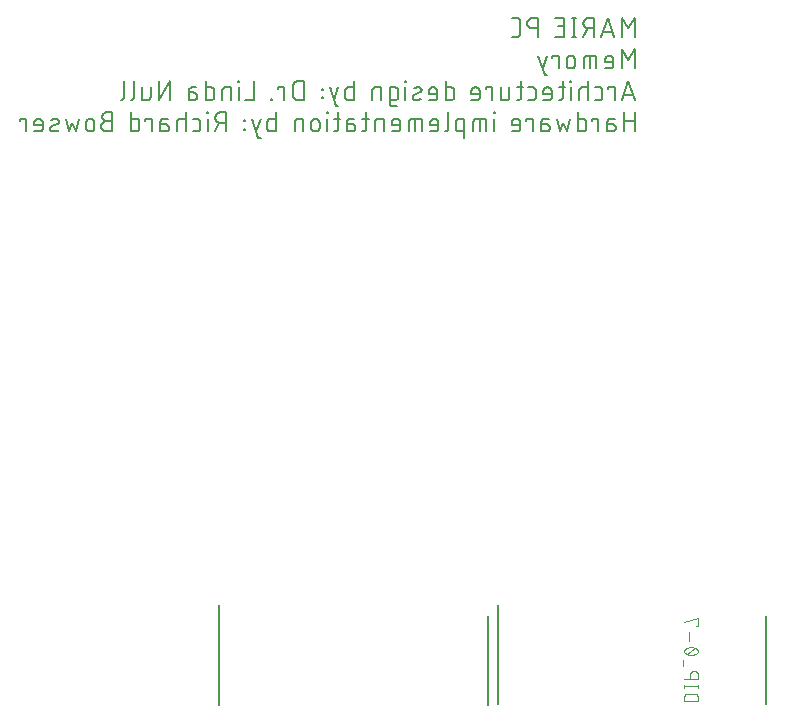
<source format=gbr>
G04 EAGLE Gerber RS-274X export*
G75*
%MOMM*%
%FSLAX34Y34*%
%LPD*%
%INSilkscreen Bottom*%
%IPPOS*%
%AMOC8*
5,1,8,0,0,1.08239X$1,22.5*%
G01*
%ADD10C,0.152400*%
%ADD11C,0.200000*%
%ADD12C,0.101600*%


D10*
X629238Y920772D02*
X629238Y937028D01*
X623819Y927997D01*
X618401Y937028D01*
X618401Y920772D01*
X612044Y920772D02*
X606625Y937028D01*
X601206Y920772D01*
X602561Y924836D02*
X610689Y924836D01*
X594897Y920772D02*
X594897Y937028D01*
X590381Y937028D01*
X590248Y937026D01*
X590116Y937020D01*
X589984Y937010D01*
X589852Y936997D01*
X589720Y936979D01*
X589590Y936958D01*
X589459Y936933D01*
X589330Y936904D01*
X589202Y936871D01*
X589074Y936835D01*
X588948Y936795D01*
X588823Y936751D01*
X588699Y936703D01*
X588577Y936652D01*
X588456Y936597D01*
X588337Y936539D01*
X588219Y936477D01*
X588104Y936412D01*
X587990Y936343D01*
X587879Y936272D01*
X587770Y936196D01*
X587663Y936118D01*
X587558Y936037D01*
X587456Y935952D01*
X587356Y935865D01*
X587259Y935775D01*
X587164Y935682D01*
X587073Y935586D01*
X586984Y935488D01*
X586898Y935387D01*
X586815Y935283D01*
X586735Y935177D01*
X586659Y935069D01*
X586585Y934959D01*
X586515Y934846D01*
X586448Y934732D01*
X586385Y934615D01*
X586325Y934497D01*
X586268Y934377D01*
X586215Y934255D01*
X586166Y934132D01*
X586120Y934008D01*
X586078Y933882D01*
X586040Y933755D01*
X586005Y933627D01*
X585974Y933498D01*
X585947Y933369D01*
X585924Y933238D01*
X585904Y933107D01*
X585889Y932975D01*
X585877Y932843D01*
X585869Y932711D01*
X585865Y932578D01*
X585865Y932446D01*
X585869Y932313D01*
X585877Y932181D01*
X585889Y932049D01*
X585904Y931917D01*
X585924Y931786D01*
X585947Y931655D01*
X585974Y931526D01*
X586005Y931397D01*
X586040Y931269D01*
X586078Y931142D01*
X586120Y931016D01*
X586166Y930892D01*
X586215Y930769D01*
X586268Y930647D01*
X586325Y930527D01*
X586385Y930409D01*
X586448Y930292D01*
X586515Y930178D01*
X586585Y930065D01*
X586659Y929955D01*
X586735Y929847D01*
X586815Y929741D01*
X586898Y929637D01*
X586984Y929536D01*
X587073Y929438D01*
X587164Y929342D01*
X587259Y929249D01*
X587356Y929159D01*
X587456Y929072D01*
X587558Y928987D01*
X587663Y928906D01*
X587770Y928828D01*
X587879Y928752D01*
X587990Y928681D01*
X588104Y928612D01*
X588219Y928547D01*
X588337Y928485D01*
X588456Y928427D01*
X588577Y928372D01*
X588699Y928321D01*
X588823Y928273D01*
X588948Y928229D01*
X589074Y928189D01*
X589202Y928153D01*
X589330Y928120D01*
X589459Y928091D01*
X589590Y928066D01*
X589720Y928045D01*
X589852Y928027D01*
X589984Y928014D01*
X590116Y928004D01*
X590248Y927998D01*
X590381Y927996D01*
X590381Y927997D02*
X594897Y927997D01*
X589478Y927997D02*
X585866Y920772D01*
X577968Y920772D02*
X577968Y937028D01*
X579774Y920772D02*
X576162Y920772D01*
X576162Y937028D02*
X579774Y937028D01*
X569427Y920772D02*
X562203Y920772D01*
X569427Y920772D02*
X569427Y937028D01*
X562203Y937028D01*
X564009Y929803D02*
X569427Y929803D01*
X547363Y937028D02*
X547363Y920772D01*
X547363Y937028D02*
X542847Y937028D01*
X542714Y937026D01*
X542582Y937020D01*
X542450Y937010D01*
X542318Y936997D01*
X542186Y936979D01*
X542056Y936958D01*
X541925Y936933D01*
X541796Y936904D01*
X541668Y936871D01*
X541540Y936835D01*
X541414Y936795D01*
X541289Y936751D01*
X541165Y936703D01*
X541043Y936652D01*
X540922Y936597D01*
X540803Y936539D01*
X540685Y936477D01*
X540570Y936412D01*
X540456Y936343D01*
X540345Y936272D01*
X540236Y936196D01*
X540129Y936118D01*
X540024Y936037D01*
X539922Y935952D01*
X539822Y935865D01*
X539725Y935775D01*
X539630Y935682D01*
X539539Y935586D01*
X539450Y935488D01*
X539364Y935387D01*
X539281Y935283D01*
X539201Y935177D01*
X539125Y935069D01*
X539051Y934959D01*
X538981Y934846D01*
X538914Y934732D01*
X538851Y934615D01*
X538791Y934497D01*
X538734Y934377D01*
X538681Y934255D01*
X538632Y934132D01*
X538586Y934008D01*
X538544Y933882D01*
X538506Y933755D01*
X538471Y933627D01*
X538440Y933498D01*
X538413Y933369D01*
X538390Y933238D01*
X538370Y933107D01*
X538355Y932975D01*
X538343Y932843D01*
X538335Y932711D01*
X538331Y932578D01*
X538331Y932446D01*
X538335Y932313D01*
X538343Y932181D01*
X538355Y932049D01*
X538370Y931917D01*
X538390Y931786D01*
X538413Y931655D01*
X538440Y931526D01*
X538471Y931397D01*
X538506Y931269D01*
X538544Y931142D01*
X538586Y931016D01*
X538632Y930892D01*
X538681Y930769D01*
X538734Y930647D01*
X538791Y930527D01*
X538851Y930409D01*
X538914Y930292D01*
X538981Y930178D01*
X539051Y930065D01*
X539125Y929955D01*
X539201Y929847D01*
X539281Y929741D01*
X539364Y929637D01*
X539450Y929536D01*
X539539Y929438D01*
X539630Y929342D01*
X539725Y929249D01*
X539822Y929159D01*
X539922Y929072D01*
X540024Y928987D01*
X540129Y928906D01*
X540236Y928828D01*
X540345Y928752D01*
X540456Y928681D01*
X540570Y928612D01*
X540685Y928547D01*
X540803Y928485D01*
X540922Y928427D01*
X541043Y928372D01*
X541165Y928321D01*
X541289Y928273D01*
X541414Y928229D01*
X541540Y928189D01*
X541668Y928153D01*
X541796Y928120D01*
X541925Y928091D01*
X542056Y928066D01*
X542186Y928045D01*
X542318Y928027D01*
X542450Y928014D01*
X542582Y928004D01*
X542714Y927998D01*
X542847Y927996D01*
X542847Y927997D02*
X547363Y927997D01*
X528890Y920772D02*
X525278Y920772D01*
X528890Y920772D02*
X529008Y920774D01*
X529126Y920780D01*
X529244Y920789D01*
X529361Y920803D01*
X529478Y920820D01*
X529595Y920841D01*
X529710Y920866D01*
X529825Y920895D01*
X529939Y920928D01*
X530051Y920964D01*
X530162Y921004D01*
X530272Y921047D01*
X530381Y921094D01*
X530488Y921144D01*
X530593Y921199D01*
X530696Y921256D01*
X530797Y921317D01*
X530897Y921381D01*
X530994Y921448D01*
X531089Y921518D01*
X531181Y921592D01*
X531272Y921668D01*
X531359Y921748D01*
X531444Y921830D01*
X531526Y921915D01*
X531606Y922002D01*
X531682Y922093D01*
X531756Y922185D01*
X531826Y922280D01*
X531893Y922377D01*
X531957Y922477D01*
X532018Y922578D01*
X532075Y922681D01*
X532130Y922786D01*
X532180Y922893D01*
X532227Y923002D01*
X532270Y923112D01*
X532310Y923223D01*
X532346Y923335D01*
X532379Y923449D01*
X532408Y923564D01*
X532433Y923679D01*
X532454Y923796D01*
X532471Y923913D01*
X532485Y924030D01*
X532494Y924148D01*
X532500Y924266D01*
X532502Y924384D01*
X532503Y924384D02*
X532503Y933416D01*
X532502Y933416D02*
X532500Y933534D01*
X532494Y933652D01*
X532485Y933770D01*
X532471Y933887D01*
X532454Y934004D01*
X532433Y934121D01*
X532408Y934236D01*
X532379Y934351D01*
X532346Y934465D01*
X532310Y934577D01*
X532270Y934688D01*
X532227Y934798D01*
X532180Y934907D01*
X532130Y935014D01*
X532075Y935119D01*
X532018Y935222D01*
X531957Y935323D01*
X531893Y935423D01*
X531826Y935520D01*
X531756Y935615D01*
X531682Y935707D01*
X531606Y935798D01*
X531526Y935885D01*
X531444Y935970D01*
X531359Y936052D01*
X531272Y936132D01*
X531181Y936208D01*
X531089Y936282D01*
X530994Y936352D01*
X530897Y936419D01*
X530797Y936483D01*
X530696Y936544D01*
X530593Y936601D01*
X530488Y936656D01*
X530381Y936706D01*
X530272Y936753D01*
X530162Y936796D01*
X530051Y936836D01*
X529939Y936872D01*
X529825Y936905D01*
X529710Y936934D01*
X529595Y936959D01*
X529478Y936980D01*
X529361Y936997D01*
X529244Y937011D01*
X529126Y937020D01*
X529008Y937026D01*
X528890Y937028D01*
X525278Y937028D01*
X629238Y910358D02*
X629238Y894102D01*
X623819Y901327D02*
X629238Y910358D01*
X623819Y901327D02*
X618401Y910358D01*
X618401Y894102D01*
X608570Y894102D02*
X604055Y894102D01*
X608570Y894102D02*
X608671Y894104D01*
X608772Y894110D01*
X608873Y894119D01*
X608974Y894132D01*
X609074Y894149D01*
X609173Y894170D01*
X609271Y894194D01*
X609368Y894222D01*
X609465Y894254D01*
X609560Y894289D01*
X609653Y894328D01*
X609745Y894370D01*
X609836Y894416D01*
X609925Y894465D01*
X610011Y894517D01*
X610096Y894573D01*
X610179Y894631D01*
X610259Y894693D01*
X610337Y894758D01*
X610413Y894825D01*
X610486Y894895D01*
X610556Y894968D01*
X610623Y895044D01*
X610688Y895122D01*
X610750Y895202D01*
X610808Y895285D01*
X610864Y895370D01*
X610916Y895457D01*
X610965Y895545D01*
X611011Y895636D01*
X611053Y895728D01*
X611092Y895821D01*
X611127Y895916D01*
X611159Y896013D01*
X611187Y896110D01*
X611211Y896208D01*
X611232Y896307D01*
X611249Y896407D01*
X611262Y896508D01*
X611271Y896609D01*
X611277Y896710D01*
X611279Y896811D01*
X611280Y896811D02*
X611280Y901327D01*
X611279Y901327D02*
X611277Y901446D01*
X611271Y901566D01*
X611261Y901685D01*
X611247Y901803D01*
X611230Y901922D01*
X611208Y902039D01*
X611183Y902156D01*
X611153Y902271D01*
X611120Y902386D01*
X611083Y902500D01*
X611043Y902612D01*
X610998Y902723D01*
X610950Y902832D01*
X610899Y902940D01*
X610844Y903046D01*
X610785Y903150D01*
X610723Y903252D01*
X610658Y903352D01*
X610589Y903450D01*
X610517Y903546D01*
X610442Y903639D01*
X610365Y903729D01*
X610284Y903817D01*
X610200Y903902D01*
X610113Y903984D01*
X610024Y904064D01*
X609932Y904140D01*
X609838Y904214D01*
X609741Y904284D01*
X609643Y904351D01*
X609542Y904415D01*
X609438Y904475D01*
X609333Y904532D01*
X609226Y904585D01*
X609118Y904635D01*
X609008Y904681D01*
X608896Y904723D01*
X608783Y904762D01*
X608669Y904797D01*
X608554Y904828D01*
X608437Y904856D01*
X608320Y904879D01*
X608203Y904899D01*
X608084Y904915D01*
X607965Y904927D01*
X607846Y904935D01*
X607727Y904939D01*
X607607Y904939D01*
X607488Y904935D01*
X607369Y904927D01*
X607250Y904915D01*
X607131Y904899D01*
X607014Y904879D01*
X606897Y904856D01*
X606780Y904828D01*
X606665Y904797D01*
X606551Y904762D01*
X606438Y904723D01*
X606326Y904681D01*
X606216Y904635D01*
X606108Y904585D01*
X606001Y904532D01*
X605896Y904475D01*
X605792Y904415D01*
X605691Y904351D01*
X605593Y904284D01*
X605496Y904214D01*
X605402Y904140D01*
X605310Y904064D01*
X605221Y903984D01*
X605134Y903902D01*
X605050Y903817D01*
X604969Y903729D01*
X604892Y903639D01*
X604817Y903546D01*
X604745Y903450D01*
X604676Y903352D01*
X604611Y903252D01*
X604549Y903150D01*
X604490Y903046D01*
X604435Y902940D01*
X604384Y902832D01*
X604336Y902723D01*
X604291Y902612D01*
X604251Y902500D01*
X604214Y902386D01*
X604181Y902271D01*
X604151Y902156D01*
X604126Y902039D01*
X604104Y901922D01*
X604087Y901803D01*
X604073Y901685D01*
X604063Y901566D01*
X604057Y901446D01*
X604055Y901327D01*
X604055Y899521D01*
X611280Y899521D01*
X596933Y904939D02*
X596933Y894102D01*
X596933Y904939D02*
X588805Y904939D01*
X588704Y904937D01*
X588603Y904931D01*
X588502Y904922D01*
X588401Y904909D01*
X588301Y904892D01*
X588202Y904871D01*
X588104Y904847D01*
X588007Y904819D01*
X587910Y904787D01*
X587815Y904752D01*
X587722Y904713D01*
X587630Y904671D01*
X587539Y904625D01*
X587451Y904576D01*
X587364Y904524D01*
X587279Y904468D01*
X587196Y904410D01*
X587116Y904348D01*
X587038Y904283D01*
X586962Y904216D01*
X586889Y904146D01*
X586819Y904073D01*
X586752Y903997D01*
X586687Y903919D01*
X586625Y903839D01*
X586567Y903756D01*
X586511Y903671D01*
X586459Y903585D01*
X586410Y903496D01*
X586364Y903405D01*
X586322Y903313D01*
X586283Y903220D01*
X586248Y903125D01*
X586216Y903028D01*
X586188Y902931D01*
X586164Y902833D01*
X586143Y902734D01*
X586126Y902634D01*
X586113Y902533D01*
X586104Y902432D01*
X586098Y902331D01*
X586096Y902230D01*
X586096Y894102D01*
X591515Y894102D02*
X591515Y904939D01*
X578975Y901327D02*
X578975Y897714D01*
X578975Y901327D02*
X578973Y901446D01*
X578967Y901566D01*
X578957Y901685D01*
X578943Y901803D01*
X578926Y901922D01*
X578904Y902039D01*
X578879Y902156D01*
X578849Y902271D01*
X578816Y902386D01*
X578779Y902500D01*
X578739Y902612D01*
X578694Y902723D01*
X578646Y902832D01*
X578595Y902940D01*
X578540Y903046D01*
X578481Y903150D01*
X578419Y903252D01*
X578354Y903352D01*
X578285Y903450D01*
X578213Y903546D01*
X578138Y903639D01*
X578061Y903729D01*
X577980Y903817D01*
X577896Y903902D01*
X577809Y903984D01*
X577720Y904064D01*
X577628Y904140D01*
X577534Y904214D01*
X577437Y904284D01*
X577339Y904351D01*
X577238Y904415D01*
X577134Y904475D01*
X577029Y904532D01*
X576922Y904585D01*
X576814Y904635D01*
X576704Y904681D01*
X576592Y904723D01*
X576479Y904762D01*
X576365Y904797D01*
X576250Y904828D01*
X576133Y904856D01*
X576016Y904879D01*
X575899Y904899D01*
X575780Y904915D01*
X575661Y904927D01*
X575542Y904935D01*
X575423Y904939D01*
X575303Y904939D01*
X575184Y904935D01*
X575065Y904927D01*
X574946Y904915D01*
X574827Y904899D01*
X574710Y904879D01*
X574593Y904856D01*
X574476Y904828D01*
X574361Y904797D01*
X574247Y904762D01*
X574134Y904723D01*
X574022Y904681D01*
X573912Y904635D01*
X573804Y904585D01*
X573697Y904532D01*
X573592Y904475D01*
X573488Y904415D01*
X573387Y904351D01*
X573289Y904284D01*
X573192Y904214D01*
X573098Y904140D01*
X573006Y904064D01*
X572917Y903984D01*
X572830Y903902D01*
X572746Y903817D01*
X572665Y903729D01*
X572588Y903639D01*
X572513Y903546D01*
X572441Y903450D01*
X572372Y903352D01*
X572307Y903252D01*
X572245Y903150D01*
X572186Y903046D01*
X572131Y902940D01*
X572080Y902832D01*
X572032Y902723D01*
X571987Y902612D01*
X571947Y902500D01*
X571910Y902386D01*
X571877Y902271D01*
X571847Y902156D01*
X571822Y902039D01*
X571800Y901922D01*
X571783Y901803D01*
X571769Y901685D01*
X571759Y901566D01*
X571753Y901446D01*
X571751Y901327D01*
X571750Y901327D02*
X571750Y897714D01*
X571751Y897714D02*
X571753Y897595D01*
X571759Y897475D01*
X571769Y897356D01*
X571783Y897238D01*
X571800Y897119D01*
X571822Y897002D01*
X571847Y896885D01*
X571877Y896770D01*
X571910Y896655D01*
X571947Y896541D01*
X571987Y896429D01*
X572032Y896318D01*
X572080Y896209D01*
X572131Y896101D01*
X572186Y895995D01*
X572245Y895891D01*
X572307Y895789D01*
X572372Y895689D01*
X572441Y895591D01*
X572513Y895495D01*
X572588Y895402D01*
X572665Y895312D01*
X572746Y895224D01*
X572830Y895139D01*
X572917Y895057D01*
X573006Y894977D01*
X573098Y894901D01*
X573192Y894827D01*
X573289Y894757D01*
X573387Y894690D01*
X573488Y894626D01*
X573592Y894566D01*
X573697Y894509D01*
X573804Y894456D01*
X573912Y894406D01*
X574022Y894360D01*
X574134Y894318D01*
X574247Y894279D01*
X574361Y894244D01*
X574476Y894213D01*
X574593Y894185D01*
X574710Y894162D01*
X574827Y894142D01*
X574946Y894126D01*
X575065Y894114D01*
X575184Y894106D01*
X575303Y894102D01*
X575423Y894102D01*
X575542Y894106D01*
X575661Y894114D01*
X575780Y894126D01*
X575899Y894142D01*
X576016Y894162D01*
X576133Y894185D01*
X576250Y894213D01*
X576365Y894244D01*
X576479Y894279D01*
X576592Y894318D01*
X576704Y894360D01*
X576814Y894406D01*
X576922Y894456D01*
X577029Y894509D01*
X577134Y894566D01*
X577238Y894626D01*
X577339Y894690D01*
X577437Y894757D01*
X577534Y894827D01*
X577628Y894901D01*
X577720Y894977D01*
X577809Y895057D01*
X577896Y895139D01*
X577980Y895224D01*
X578061Y895312D01*
X578138Y895402D01*
X578213Y895495D01*
X578285Y895591D01*
X578354Y895689D01*
X578419Y895789D01*
X578481Y895891D01*
X578540Y895995D01*
X578595Y896101D01*
X578646Y896209D01*
X578694Y896318D01*
X578739Y896429D01*
X578779Y896541D01*
X578816Y896655D01*
X578849Y896770D01*
X578879Y896885D01*
X578904Y897002D01*
X578926Y897119D01*
X578943Y897238D01*
X578957Y897356D01*
X578967Y897475D01*
X578973Y897595D01*
X578975Y897714D01*
X564822Y894102D02*
X564822Y904939D01*
X559403Y904939D01*
X559403Y903133D01*
X555007Y888683D02*
X553201Y888683D01*
X547782Y904939D01*
X555007Y904939D02*
X551395Y894102D01*
X623819Y883688D02*
X629238Y867432D01*
X618401Y867432D02*
X623819Y883688D01*
X619755Y871496D02*
X627883Y871496D01*
X612237Y867432D02*
X612237Y878269D01*
X606818Y878269D01*
X606818Y876463D01*
X599174Y867432D02*
X595561Y867432D01*
X599174Y867432D02*
X599275Y867434D01*
X599376Y867440D01*
X599477Y867449D01*
X599578Y867462D01*
X599678Y867479D01*
X599777Y867500D01*
X599875Y867524D01*
X599972Y867552D01*
X600069Y867584D01*
X600164Y867619D01*
X600257Y867658D01*
X600349Y867700D01*
X600440Y867746D01*
X600529Y867795D01*
X600615Y867847D01*
X600700Y867903D01*
X600783Y867961D01*
X600863Y868023D01*
X600941Y868088D01*
X601017Y868155D01*
X601090Y868225D01*
X601160Y868298D01*
X601227Y868374D01*
X601292Y868452D01*
X601354Y868532D01*
X601412Y868615D01*
X601468Y868700D01*
X601520Y868787D01*
X601569Y868875D01*
X601615Y868966D01*
X601657Y869058D01*
X601696Y869151D01*
X601731Y869246D01*
X601763Y869343D01*
X601791Y869440D01*
X601815Y869538D01*
X601836Y869637D01*
X601853Y869737D01*
X601866Y869838D01*
X601875Y869939D01*
X601881Y870040D01*
X601883Y870141D01*
X601883Y875560D01*
X601881Y875661D01*
X601875Y875762D01*
X601866Y875863D01*
X601853Y875964D01*
X601836Y876064D01*
X601815Y876163D01*
X601791Y876261D01*
X601763Y876358D01*
X601731Y876455D01*
X601696Y876550D01*
X601657Y876643D01*
X601615Y876735D01*
X601569Y876826D01*
X601520Y876915D01*
X601468Y877001D01*
X601412Y877086D01*
X601354Y877169D01*
X601292Y877249D01*
X601227Y877327D01*
X601160Y877403D01*
X601090Y877476D01*
X601017Y877546D01*
X600941Y877613D01*
X600863Y877678D01*
X600783Y877740D01*
X600700Y877798D01*
X600615Y877854D01*
X600529Y877906D01*
X600440Y877955D01*
X600349Y878001D01*
X600257Y878043D01*
X600164Y878082D01*
X600069Y878117D01*
X599972Y878149D01*
X599875Y878177D01*
X599777Y878201D01*
X599678Y878222D01*
X599578Y878239D01*
X599477Y878252D01*
X599376Y878261D01*
X599275Y878267D01*
X599174Y878269D01*
X595561Y878269D01*
X589396Y883688D02*
X589396Y867432D01*
X589396Y878269D02*
X584880Y878269D01*
X584776Y878267D01*
X584673Y878261D01*
X584569Y878251D01*
X584466Y878237D01*
X584364Y878219D01*
X584263Y878198D01*
X584162Y878172D01*
X584063Y878143D01*
X583964Y878110D01*
X583867Y878073D01*
X583772Y878032D01*
X583678Y877988D01*
X583586Y877940D01*
X583496Y877889D01*
X583407Y877834D01*
X583321Y877776D01*
X583238Y877714D01*
X583156Y877650D01*
X583078Y877582D01*
X583002Y877512D01*
X582928Y877439D01*
X582858Y877362D01*
X582790Y877284D01*
X582726Y877202D01*
X582664Y877119D01*
X582606Y877033D01*
X582551Y876944D01*
X582500Y876854D01*
X582452Y876762D01*
X582408Y876668D01*
X582367Y876573D01*
X582330Y876476D01*
X582297Y876377D01*
X582268Y876278D01*
X582242Y876177D01*
X582221Y876076D01*
X582203Y875974D01*
X582189Y875871D01*
X582179Y875767D01*
X582173Y875664D01*
X582171Y875560D01*
X582171Y867432D01*
X575363Y867432D02*
X575363Y878269D01*
X575814Y882785D02*
X575814Y883688D01*
X574911Y883688D01*
X574911Y882785D01*
X575814Y882785D01*
X570373Y878269D02*
X564954Y878269D01*
X568566Y883688D02*
X568566Y870141D01*
X568564Y870040D01*
X568558Y869939D01*
X568549Y869838D01*
X568536Y869737D01*
X568519Y869637D01*
X568498Y869538D01*
X568474Y869440D01*
X568446Y869343D01*
X568414Y869246D01*
X568379Y869151D01*
X568340Y869058D01*
X568298Y868966D01*
X568252Y868875D01*
X568203Y868787D01*
X568151Y868700D01*
X568095Y868615D01*
X568037Y868532D01*
X567975Y868452D01*
X567910Y868374D01*
X567843Y868298D01*
X567773Y868225D01*
X567700Y868155D01*
X567624Y868088D01*
X567546Y868023D01*
X567466Y867961D01*
X567383Y867903D01*
X567298Y867847D01*
X567212Y867795D01*
X567123Y867746D01*
X567032Y867700D01*
X566940Y867658D01*
X566847Y867619D01*
X566752Y867584D01*
X566655Y867552D01*
X566558Y867524D01*
X566460Y867500D01*
X566361Y867479D01*
X566261Y867462D01*
X566160Y867449D01*
X566059Y867440D01*
X565958Y867434D01*
X565857Y867432D01*
X564954Y867432D01*
X556466Y867432D02*
X551951Y867432D01*
X556466Y867432D02*
X556567Y867434D01*
X556668Y867440D01*
X556769Y867449D01*
X556870Y867462D01*
X556970Y867479D01*
X557069Y867500D01*
X557167Y867524D01*
X557264Y867552D01*
X557361Y867584D01*
X557456Y867619D01*
X557549Y867658D01*
X557641Y867700D01*
X557732Y867746D01*
X557821Y867795D01*
X557907Y867847D01*
X557992Y867903D01*
X558075Y867961D01*
X558155Y868023D01*
X558233Y868088D01*
X558309Y868155D01*
X558382Y868225D01*
X558452Y868298D01*
X558519Y868374D01*
X558584Y868452D01*
X558646Y868532D01*
X558704Y868615D01*
X558760Y868700D01*
X558812Y868787D01*
X558861Y868875D01*
X558907Y868966D01*
X558949Y869058D01*
X558988Y869151D01*
X559023Y869246D01*
X559055Y869343D01*
X559083Y869440D01*
X559107Y869538D01*
X559128Y869637D01*
X559145Y869737D01*
X559158Y869838D01*
X559167Y869939D01*
X559173Y870040D01*
X559175Y870141D01*
X559175Y874657D01*
X559173Y874776D01*
X559167Y874896D01*
X559157Y875015D01*
X559143Y875133D01*
X559126Y875252D01*
X559104Y875369D01*
X559079Y875486D01*
X559049Y875601D01*
X559016Y875716D01*
X558979Y875830D01*
X558939Y875942D01*
X558894Y876053D01*
X558846Y876162D01*
X558795Y876270D01*
X558740Y876376D01*
X558681Y876480D01*
X558619Y876582D01*
X558554Y876682D01*
X558485Y876780D01*
X558413Y876876D01*
X558338Y876969D01*
X558261Y877059D01*
X558180Y877147D01*
X558096Y877232D01*
X558009Y877314D01*
X557920Y877394D01*
X557828Y877470D01*
X557734Y877544D01*
X557637Y877614D01*
X557539Y877681D01*
X557438Y877745D01*
X557334Y877805D01*
X557229Y877862D01*
X557122Y877915D01*
X557014Y877965D01*
X556904Y878011D01*
X556792Y878053D01*
X556679Y878092D01*
X556565Y878127D01*
X556450Y878158D01*
X556333Y878186D01*
X556216Y878209D01*
X556099Y878229D01*
X555980Y878245D01*
X555861Y878257D01*
X555742Y878265D01*
X555623Y878269D01*
X555503Y878269D01*
X555384Y878265D01*
X555265Y878257D01*
X555146Y878245D01*
X555027Y878229D01*
X554910Y878209D01*
X554793Y878186D01*
X554676Y878158D01*
X554561Y878127D01*
X554447Y878092D01*
X554334Y878053D01*
X554222Y878011D01*
X554112Y877965D01*
X554004Y877915D01*
X553897Y877862D01*
X553792Y877805D01*
X553688Y877745D01*
X553587Y877681D01*
X553489Y877614D01*
X553392Y877544D01*
X553298Y877470D01*
X553206Y877394D01*
X553117Y877314D01*
X553030Y877232D01*
X552946Y877147D01*
X552865Y877059D01*
X552788Y876969D01*
X552713Y876876D01*
X552641Y876780D01*
X552572Y876682D01*
X552507Y876582D01*
X552445Y876480D01*
X552386Y876376D01*
X552331Y876270D01*
X552280Y876162D01*
X552232Y876053D01*
X552187Y875942D01*
X552147Y875830D01*
X552110Y875716D01*
X552077Y875601D01*
X552047Y875486D01*
X552022Y875369D01*
X552000Y875252D01*
X551983Y875133D01*
X551969Y875015D01*
X551959Y874896D01*
X551953Y874776D01*
X551951Y874657D01*
X551951Y872851D01*
X559175Y872851D01*
X542902Y867432D02*
X539289Y867432D01*
X542902Y867432D02*
X543003Y867434D01*
X543104Y867440D01*
X543205Y867449D01*
X543306Y867462D01*
X543406Y867479D01*
X543505Y867500D01*
X543603Y867524D01*
X543700Y867552D01*
X543797Y867584D01*
X543892Y867619D01*
X543985Y867658D01*
X544077Y867700D01*
X544168Y867746D01*
X544257Y867795D01*
X544343Y867847D01*
X544428Y867903D01*
X544511Y867961D01*
X544591Y868023D01*
X544669Y868088D01*
X544745Y868155D01*
X544818Y868225D01*
X544888Y868298D01*
X544955Y868374D01*
X545020Y868452D01*
X545082Y868532D01*
X545140Y868615D01*
X545196Y868700D01*
X545248Y868787D01*
X545297Y868875D01*
X545343Y868966D01*
X545385Y869058D01*
X545424Y869151D01*
X545459Y869246D01*
X545491Y869343D01*
X545519Y869440D01*
X545543Y869538D01*
X545564Y869637D01*
X545581Y869737D01*
X545594Y869838D01*
X545603Y869939D01*
X545609Y870040D01*
X545611Y870141D01*
X545611Y875560D01*
X545609Y875661D01*
X545603Y875762D01*
X545594Y875863D01*
X545581Y875964D01*
X545564Y876064D01*
X545543Y876163D01*
X545519Y876261D01*
X545491Y876358D01*
X545459Y876455D01*
X545424Y876550D01*
X545385Y876643D01*
X545343Y876735D01*
X545297Y876826D01*
X545248Y876915D01*
X545196Y877001D01*
X545140Y877086D01*
X545082Y877169D01*
X545020Y877249D01*
X544955Y877327D01*
X544888Y877403D01*
X544818Y877476D01*
X544745Y877546D01*
X544669Y877613D01*
X544591Y877678D01*
X544511Y877740D01*
X544428Y877798D01*
X544343Y877854D01*
X544257Y877906D01*
X544168Y877955D01*
X544077Y878001D01*
X543985Y878043D01*
X543892Y878082D01*
X543797Y878117D01*
X543700Y878149D01*
X543603Y878177D01*
X543505Y878201D01*
X543406Y878222D01*
X543306Y878239D01*
X543205Y878252D01*
X543104Y878261D01*
X543003Y878267D01*
X542902Y878269D01*
X539289Y878269D01*
X534942Y878269D02*
X529523Y878269D01*
X533136Y883688D02*
X533136Y870141D01*
X533135Y870141D02*
X533133Y870040D01*
X533127Y869939D01*
X533118Y869838D01*
X533105Y869737D01*
X533088Y869637D01*
X533067Y869538D01*
X533043Y869440D01*
X533015Y869343D01*
X532983Y869246D01*
X532948Y869151D01*
X532909Y869058D01*
X532867Y868966D01*
X532821Y868875D01*
X532772Y868787D01*
X532720Y868700D01*
X532664Y868615D01*
X532606Y868532D01*
X532544Y868452D01*
X532479Y868374D01*
X532412Y868298D01*
X532342Y868225D01*
X532269Y868155D01*
X532193Y868088D01*
X532115Y868023D01*
X532035Y867961D01*
X531952Y867903D01*
X531867Y867847D01*
X531781Y867795D01*
X531692Y867746D01*
X531601Y867700D01*
X531509Y867658D01*
X531416Y867619D01*
X531321Y867584D01*
X531224Y867552D01*
X531127Y867524D01*
X531029Y867500D01*
X530930Y867479D01*
X530830Y867462D01*
X530729Y867449D01*
X530628Y867440D01*
X530527Y867434D01*
X530426Y867432D01*
X529523Y867432D01*
X523224Y870141D02*
X523224Y878269D01*
X523223Y870141D02*
X523221Y870040D01*
X523215Y869939D01*
X523206Y869838D01*
X523193Y869737D01*
X523176Y869637D01*
X523155Y869538D01*
X523131Y869440D01*
X523103Y869343D01*
X523071Y869246D01*
X523036Y869151D01*
X522997Y869058D01*
X522955Y868966D01*
X522909Y868875D01*
X522860Y868787D01*
X522808Y868700D01*
X522752Y868615D01*
X522694Y868532D01*
X522632Y868452D01*
X522567Y868374D01*
X522500Y868298D01*
X522430Y868225D01*
X522357Y868155D01*
X522281Y868088D01*
X522203Y868023D01*
X522123Y867961D01*
X522040Y867903D01*
X521955Y867847D01*
X521869Y867795D01*
X521780Y867746D01*
X521689Y867700D01*
X521597Y867658D01*
X521504Y867619D01*
X521409Y867584D01*
X521312Y867552D01*
X521215Y867524D01*
X521117Y867500D01*
X521018Y867479D01*
X520918Y867462D01*
X520817Y867449D01*
X520716Y867440D01*
X520615Y867434D01*
X520514Y867432D01*
X515999Y867432D01*
X515999Y878269D01*
X508550Y878269D02*
X508550Y867432D01*
X508550Y878269D02*
X503131Y878269D01*
X503131Y876463D01*
X495504Y867432D02*
X490989Y867432D01*
X495504Y867432D02*
X495605Y867434D01*
X495706Y867440D01*
X495807Y867449D01*
X495908Y867462D01*
X496008Y867479D01*
X496107Y867500D01*
X496205Y867524D01*
X496302Y867552D01*
X496399Y867584D01*
X496494Y867619D01*
X496587Y867658D01*
X496679Y867700D01*
X496770Y867746D01*
X496859Y867795D01*
X496945Y867847D01*
X497030Y867903D01*
X497113Y867961D01*
X497193Y868023D01*
X497271Y868088D01*
X497347Y868155D01*
X497420Y868225D01*
X497490Y868298D01*
X497557Y868374D01*
X497622Y868452D01*
X497684Y868532D01*
X497742Y868615D01*
X497798Y868700D01*
X497850Y868787D01*
X497899Y868875D01*
X497945Y868966D01*
X497987Y869058D01*
X498026Y869151D01*
X498061Y869246D01*
X498093Y869343D01*
X498121Y869440D01*
X498145Y869538D01*
X498166Y869637D01*
X498183Y869737D01*
X498196Y869838D01*
X498205Y869939D01*
X498211Y870040D01*
X498213Y870141D01*
X498214Y870141D02*
X498214Y874657D01*
X498213Y874657D02*
X498211Y874776D01*
X498205Y874896D01*
X498195Y875015D01*
X498181Y875133D01*
X498164Y875252D01*
X498142Y875369D01*
X498117Y875486D01*
X498087Y875601D01*
X498054Y875716D01*
X498017Y875830D01*
X497977Y875942D01*
X497932Y876053D01*
X497884Y876162D01*
X497833Y876270D01*
X497778Y876376D01*
X497719Y876480D01*
X497657Y876582D01*
X497592Y876682D01*
X497523Y876780D01*
X497451Y876876D01*
X497376Y876969D01*
X497299Y877059D01*
X497218Y877147D01*
X497134Y877232D01*
X497047Y877314D01*
X496958Y877394D01*
X496866Y877470D01*
X496772Y877544D01*
X496675Y877614D01*
X496577Y877681D01*
X496476Y877745D01*
X496372Y877805D01*
X496267Y877862D01*
X496160Y877915D01*
X496052Y877965D01*
X495942Y878011D01*
X495830Y878053D01*
X495717Y878092D01*
X495603Y878127D01*
X495488Y878158D01*
X495371Y878186D01*
X495254Y878209D01*
X495137Y878229D01*
X495018Y878245D01*
X494899Y878257D01*
X494780Y878265D01*
X494661Y878269D01*
X494541Y878269D01*
X494422Y878265D01*
X494303Y878257D01*
X494184Y878245D01*
X494065Y878229D01*
X493948Y878209D01*
X493831Y878186D01*
X493714Y878158D01*
X493599Y878127D01*
X493485Y878092D01*
X493372Y878053D01*
X493260Y878011D01*
X493150Y877965D01*
X493042Y877915D01*
X492935Y877862D01*
X492830Y877805D01*
X492726Y877745D01*
X492625Y877681D01*
X492527Y877614D01*
X492430Y877544D01*
X492336Y877470D01*
X492244Y877394D01*
X492155Y877314D01*
X492068Y877232D01*
X491984Y877147D01*
X491903Y877059D01*
X491826Y876969D01*
X491751Y876876D01*
X491679Y876780D01*
X491610Y876682D01*
X491545Y876582D01*
X491483Y876480D01*
X491424Y876376D01*
X491369Y876270D01*
X491318Y876162D01*
X491270Y876053D01*
X491225Y875942D01*
X491185Y875830D01*
X491148Y875716D01*
X491115Y875601D01*
X491085Y875486D01*
X491060Y875369D01*
X491038Y875252D01*
X491021Y875133D01*
X491007Y875015D01*
X490997Y874896D01*
X490991Y874776D01*
X490989Y874657D01*
X490989Y872851D01*
X498214Y872851D01*
X469178Y867432D02*
X469178Y883688D01*
X469178Y867432D02*
X473694Y867432D01*
X473795Y867434D01*
X473896Y867440D01*
X473997Y867449D01*
X474098Y867462D01*
X474198Y867479D01*
X474297Y867500D01*
X474395Y867524D01*
X474492Y867552D01*
X474589Y867584D01*
X474684Y867619D01*
X474777Y867658D01*
X474869Y867700D01*
X474960Y867746D01*
X475049Y867795D01*
X475135Y867847D01*
X475220Y867903D01*
X475303Y867961D01*
X475383Y868023D01*
X475461Y868088D01*
X475537Y868155D01*
X475610Y868225D01*
X475680Y868298D01*
X475747Y868374D01*
X475812Y868452D01*
X475874Y868532D01*
X475932Y868615D01*
X475988Y868700D01*
X476040Y868787D01*
X476089Y868875D01*
X476135Y868966D01*
X476177Y869058D01*
X476216Y869151D01*
X476251Y869246D01*
X476283Y869343D01*
X476311Y869440D01*
X476335Y869538D01*
X476356Y869637D01*
X476373Y869737D01*
X476386Y869838D01*
X476395Y869939D01*
X476401Y870040D01*
X476403Y870141D01*
X476403Y875560D01*
X476401Y875661D01*
X476395Y875762D01*
X476386Y875863D01*
X476373Y875964D01*
X476356Y876064D01*
X476335Y876163D01*
X476311Y876261D01*
X476283Y876358D01*
X476251Y876455D01*
X476216Y876550D01*
X476177Y876643D01*
X476135Y876735D01*
X476089Y876826D01*
X476040Y876915D01*
X475988Y877001D01*
X475932Y877086D01*
X475874Y877169D01*
X475812Y877249D01*
X475747Y877327D01*
X475680Y877403D01*
X475610Y877476D01*
X475537Y877546D01*
X475461Y877613D01*
X475383Y877678D01*
X475303Y877740D01*
X475220Y877798D01*
X475135Y877854D01*
X475049Y877906D01*
X474960Y877955D01*
X474869Y878001D01*
X474777Y878043D01*
X474684Y878082D01*
X474589Y878117D01*
X474492Y878149D01*
X474395Y878177D01*
X474297Y878201D01*
X474198Y878222D01*
X474098Y878239D01*
X473997Y878252D01*
X473896Y878261D01*
X473795Y878267D01*
X473694Y878269D01*
X469178Y878269D01*
X459553Y867432D02*
X455037Y867432D01*
X459553Y867432D02*
X459654Y867434D01*
X459755Y867440D01*
X459856Y867449D01*
X459957Y867462D01*
X460057Y867479D01*
X460156Y867500D01*
X460254Y867524D01*
X460351Y867552D01*
X460448Y867584D01*
X460543Y867619D01*
X460636Y867658D01*
X460728Y867700D01*
X460819Y867746D01*
X460908Y867795D01*
X460994Y867847D01*
X461079Y867903D01*
X461162Y867961D01*
X461242Y868023D01*
X461320Y868088D01*
X461396Y868155D01*
X461469Y868225D01*
X461539Y868298D01*
X461606Y868374D01*
X461671Y868452D01*
X461733Y868532D01*
X461791Y868615D01*
X461847Y868700D01*
X461899Y868787D01*
X461948Y868875D01*
X461994Y868966D01*
X462036Y869058D01*
X462075Y869151D01*
X462110Y869246D01*
X462142Y869343D01*
X462170Y869440D01*
X462194Y869538D01*
X462215Y869637D01*
X462232Y869737D01*
X462245Y869838D01*
X462254Y869939D01*
X462260Y870040D01*
X462262Y870141D01*
X462262Y874657D01*
X462260Y874776D01*
X462254Y874896D01*
X462244Y875015D01*
X462230Y875133D01*
X462213Y875252D01*
X462191Y875369D01*
X462166Y875486D01*
X462136Y875601D01*
X462103Y875716D01*
X462066Y875830D01*
X462026Y875942D01*
X461981Y876053D01*
X461933Y876162D01*
X461882Y876270D01*
X461827Y876376D01*
X461768Y876480D01*
X461706Y876582D01*
X461641Y876682D01*
X461572Y876780D01*
X461500Y876876D01*
X461425Y876969D01*
X461348Y877059D01*
X461267Y877147D01*
X461183Y877232D01*
X461096Y877314D01*
X461007Y877394D01*
X460915Y877470D01*
X460821Y877544D01*
X460724Y877614D01*
X460626Y877681D01*
X460525Y877745D01*
X460421Y877805D01*
X460316Y877862D01*
X460209Y877915D01*
X460101Y877965D01*
X459991Y878011D01*
X459879Y878053D01*
X459766Y878092D01*
X459652Y878127D01*
X459537Y878158D01*
X459420Y878186D01*
X459303Y878209D01*
X459186Y878229D01*
X459067Y878245D01*
X458948Y878257D01*
X458829Y878265D01*
X458710Y878269D01*
X458590Y878269D01*
X458471Y878265D01*
X458352Y878257D01*
X458233Y878245D01*
X458114Y878229D01*
X457997Y878209D01*
X457880Y878186D01*
X457763Y878158D01*
X457648Y878127D01*
X457534Y878092D01*
X457421Y878053D01*
X457309Y878011D01*
X457199Y877965D01*
X457091Y877915D01*
X456984Y877862D01*
X456879Y877805D01*
X456775Y877745D01*
X456674Y877681D01*
X456576Y877614D01*
X456479Y877544D01*
X456385Y877470D01*
X456293Y877394D01*
X456204Y877314D01*
X456117Y877232D01*
X456033Y877147D01*
X455952Y877059D01*
X455875Y876969D01*
X455800Y876876D01*
X455728Y876780D01*
X455659Y876682D01*
X455594Y876582D01*
X455532Y876480D01*
X455473Y876376D01*
X455418Y876270D01*
X455367Y876162D01*
X455319Y876053D01*
X455274Y875942D01*
X455234Y875830D01*
X455197Y875716D01*
X455164Y875601D01*
X455134Y875486D01*
X455109Y875369D01*
X455087Y875252D01*
X455070Y875133D01*
X455056Y875015D01*
X455046Y874896D01*
X455040Y874776D01*
X455038Y874657D01*
X455037Y874657D02*
X455037Y872851D01*
X462262Y872851D01*
X447360Y873754D02*
X442845Y871948D01*
X447361Y873754D02*
X447449Y873791D01*
X447535Y873832D01*
X447620Y873876D01*
X447703Y873924D01*
X447783Y873975D01*
X447862Y874029D01*
X447938Y874087D01*
X448012Y874147D01*
X448084Y874211D01*
X448152Y874277D01*
X448218Y874347D01*
X448281Y874418D01*
X448342Y874493D01*
X448399Y874569D01*
X448452Y874648D01*
X448503Y874729D01*
X448550Y874812D01*
X448594Y874897D01*
X448634Y874984D01*
X448671Y875072D01*
X448704Y875162D01*
X448734Y875253D01*
X448759Y875345D01*
X448781Y875438D01*
X448799Y875532D01*
X448814Y875626D01*
X448824Y875721D01*
X448830Y875817D01*
X448833Y875912D01*
X448832Y876008D01*
X448826Y876103D01*
X448817Y876199D01*
X448804Y876293D01*
X448788Y876387D01*
X448767Y876481D01*
X448742Y876573D01*
X448714Y876664D01*
X448682Y876754D01*
X448647Y876843D01*
X448608Y876930D01*
X448565Y877016D01*
X448519Y877100D01*
X448469Y877181D01*
X448417Y877261D01*
X448361Y877339D01*
X448301Y877414D01*
X448239Y877486D01*
X448174Y877556D01*
X448106Y877624D01*
X448036Y877688D01*
X447963Y877750D01*
X447887Y877808D01*
X447809Y877864D01*
X447729Y877916D01*
X447647Y877965D01*
X447563Y878010D01*
X447477Y878052D01*
X447390Y878091D01*
X447301Y878126D01*
X447210Y878157D01*
X447119Y878184D01*
X447026Y878208D01*
X446933Y878228D01*
X446839Y878244D01*
X446744Y878256D01*
X446649Y878265D01*
X446553Y878269D01*
X446458Y878270D01*
X446211Y878263D01*
X445965Y878251D01*
X445719Y878233D01*
X445473Y878208D01*
X445229Y878178D01*
X444985Y878142D01*
X444742Y878101D01*
X444500Y878053D01*
X444259Y877999D01*
X444020Y877940D01*
X443782Y877875D01*
X443546Y877804D01*
X443311Y877728D01*
X443078Y877646D01*
X442848Y877558D01*
X442620Y877465D01*
X442393Y877367D01*
X442844Y871947D02*
X442756Y871910D01*
X442670Y871869D01*
X442585Y871825D01*
X442502Y871777D01*
X442422Y871726D01*
X442343Y871672D01*
X442267Y871614D01*
X442193Y871554D01*
X442121Y871490D01*
X442053Y871424D01*
X441987Y871354D01*
X441924Y871283D01*
X441863Y871208D01*
X441806Y871132D01*
X441753Y871053D01*
X441702Y870972D01*
X441655Y870889D01*
X441611Y870804D01*
X441571Y870717D01*
X441534Y870629D01*
X441501Y870539D01*
X441471Y870448D01*
X441446Y870356D01*
X441424Y870263D01*
X441406Y870169D01*
X441391Y870075D01*
X441381Y869980D01*
X441375Y869884D01*
X441372Y869789D01*
X441373Y869693D01*
X441379Y869598D01*
X441388Y869502D01*
X441401Y869408D01*
X441417Y869314D01*
X441438Y869220D01*
X441463Y869128D01*
X441491Y869037D01*
X441523Y868947D01*
X441558Y868858D01*
X441597Y868771D01*
X441640Y868685D01*
X441686Y868601D01*
X441736Y868520D01*
X441788Y868440D01*
X441844Y868362D01*
X441904Y868287D01*
X441966Y868215D01*
X442031Y868145D01*
X442099Y868077D01*
X442169Y868013D01*
X442242Y867951D01*
X442318Y867893D01*
X442396Y867837D01*
X442476Y867785D01*
X442558Y867736D01*
X442642Y867691D01*
X442728Y867649D01*
X442815Y867610D01*
X442904Y867575D01*
X442995Y867544D01*
X443086Y867517D01*
X443179Y867493D01*
X443272Y867473D01*
X443366Y867457D01*
X443461Y867445D01*
X443556Y867436D01*
X443652Y867432D01*
X443747Y867431D01*
X443748Y867432D02*
X444110Y867441D01*
X444472Y867459D01*
X444833Y867486D01*
X445193Y867521D01*
X445553Y867564D01*
X445912Y867616D01*
X446269Y867677D01*
X446624Y867746D01*
X446978Y867823D01*
X447330Y867909D01*
X447680Y868003D01*
X448028Y868106D01*
X448373Y868216D01*
X448715Y868335D01*
X435203Y867432D02*
X435203Y878269D01*
X435654Y882785D02*
X435654Y883688D01*
X434751Y883688D01*
X434751Y882785D01*
X435654Y882785D01*
X426279Y867432D02*
X421764Y867432D01*
X426279Y867432D02*
X426380Y867434D01*
X426481Y867440D01*
X426582Y867449D01*
X426683Y867462D01*
X426783Y867479D01*
X426882Y867500D01*
X426980Y867524D01*
X427077Y867552D01*
X427174Y867584D01*
X427269Y867619D01*
X427362Y867658D01*
X427454Y867700D01*
X427545Y867746D01*
X427634Y867795D01*
X427720Y867847D01*
X427805Y867903D01*
X427888Y867961D01*
X427968Y868023D01*
X428046Y868088D01*
X428122Y868155D01*
X428195Y868225D01*
X428265Y868298D01*
X428332Y868374D01*
X428397Y868452D01*
X428459Y868532D01*
X428517Y868615D01*
X428573Y868700D01*
X428625Y868787D01*
X428674Y868875D01*
X428720Y868966D01*
X428762Y869058D01*
X428801Y869151D01*
X428836Y869246D01*
X428868Y869343D01*
X428896Y869440D01*
X428920Y869538D01*
X428941Y869637D01*
X428958Y869737D01*
X428971Y869838D01*
X428980Y869939D01*
X428986Y870040D01*
X428988Y870141D01*
X428989Y870141D02*
X428989Y875560D01*
X428988Y875560D02*
X428986Y875661D01*
X428980Y875762D01*
X428971Y875863D01*
X428958Y875964D01*
X428941Y876064D01*
X428920Y876163D01*
X428896Y876261D01*
X428868Y876358D01*
X428836Y876455D01*
X428801Y876550D01*
X428762Y876643D01*
X428720Y876735D01*
X428674Y876826D01*
X428625Y876915D01*
X428573Y877001D01*
X428517Y877086D01*
X428459Y877169D01*
X428397Y877249D01*
X428332Y877327D01*
X428265Y877403D01*
X428195Y877476D01*
X428122Y877546D01*
X428046Y877613D01*
X427968Y877678D01*
X427888Y877740D01*
X427805Y877798D01*
X427720Y877854D01*
X427634Y877906D01*
X427545Y877955D01*
X427454Y878001D01*
X427362Y878043D01*
X427269Y878082D01*
X427174Y878117D01*
X427077Y878149D01*
X426980Y878177D01*
X426882Y878201D01*
X426783Y878222D01*
X426683Y878239D01*
X426582Y878252D01*
X426481Y878261D01*
X426380Y878267D01*
X426279Y878269D01*
X421764Y878269D01*
X421764Y864723D01*
X421766Y864622D01*
X421772Y864521D01*
X421781Y864420D01*
X421794Y864319D01*
X421811Y864219D01*
X421832Y864120D01*
X421856Y864022D01*
X421884Y863925D01*
X421916Y863828D01*
X421951Y863733D01*
X421990Y863640D01*
X422032Y863548D01*
X422078Y863457D01*
X422127Y863369D01*
X422179Y863282D01*
X422235Y863197D01*
X422293Y863114D01*
X422355Y863034D01*
X422420Y862956D01*
X422487Y862880D01*
X422557Y862807D01*
X422630Y862737D01*
X422706Y862670D01*
X422784Y862605D01*
X422864Y862543D01*
X422947Y862485D01*
X423032Y862429D01*
X423119Y862377D01*
X423207Y862328D01*
X423298Y862282D01*
X423390Y862240D01*
X423483Y862201D01*
X423578Y862166D01*
X423675Y862134D01*
X423772Y862106D01*
X423870Y862082D01*
X423969Y862061D01*
X424069Y862044D01*
X424170Y862031D01*
X424271Y862022D01*
X424372Y862016D01*
X424473Y862014D01*
X424473Y862013D02*
X428086Y862013D01*
X414326Y867432D02*
X414326Y878269D01*
X409811Y878269D01*
X409707Y878267D01*
X409604Y878261D01*
X409500Y878251D01*
X409397Y878237D01*
X409295Y878219D01*
X409194Y878198D01*
X409093Y878172D01*
X408994Y878143D01*
X408895Y878110D01*
X408798Y878073D01*
X408703Y878032D01*
X408609Y877988D01*
X408517Y877940D01*
X408427Y877889D01*
X408338Y877834D01*
X408252Y877776D01*
X408169Y877714D01*
X408087Y877650D01*
X408009Y877582D01*
X407933Y877512D01*
X407859Y877439D01*
X407789Y877362D01*
X407721Y877284D01*
X407657Y877202D01*
X407595Y877119D01*
X407537Y877033D01*
X407482Y876944D01*
X407431Y876854D01*
X407383Y876762D01*
X407339Y876668D01*
X407298Y876573D01*
X407261Y876476D01*
X407228Y876377D01*
X407199Y876278D01*
X407173Y876177D01*
X407152Y876076D01*
X407134Y875974D01*
X407120Y875871D01*
X407110Y875767D01*
X407104Y875664D01*
X407102Y875560D01*
X407101Y875560D02*
X407101Y867432D01*
X391327Y867432D02*
X391327Y883688D01*
X391327Y867432D02*
X386812Y867432D01*
X386708Y867434D01*
X386605Y867440D01*
X386501Y867450D01*
X386398Y867464D01*
X386296Y867482D01*
X386195Y867503D01*
X386094Y867529D01*
X385995Y867558D01*
X385896Y867591D01*
X385799Y867628D01*
X385704Y867669D01*
X385610Y867713D01*
X385518Y867761D01*
X385428Y867812D01*
X385339Y867867D01*
X385253Y867925D01*
X385170Y867987D01*
X385088Y868051D01*
X385010Y868119D01*
X384934Y868189D01*
X384860Y868262D01*
X384790Y868339D01*
X384722Y868417D01*
X384658Y868499D01*
X384596Y868582D01*
X384538Y868668D01*
X384483Y868757D01*
X384432Y868847D01*
X384384Y868939D01*
X384340Y869033D01*
X384299Y869128D01*
X384262Y869225D01*
X384229Y869324D01*
X384200Y869423D01*
X384174Y869524D01*
X384153Y869625D01*
X384135Y869727D01*
X384121Y869830D01*
X384111Y869934D01*
X384105Y870037D01*
X384103Y870141D01*
X384102Y870141D02*
X384102Y875560D01*
X384103Y875560D02*
X384105Y875661D01*
X384111Y875762D01*
X384120Y875863D01*
X384133Y875964D01*
X384150Y876064D01*
X384171Y876163D01*
X384195Y876261D01*
X384223Y876358D01*
X384255Y876455D01*
X384290Y876550D01*
X384329Y876643D01*
X384371Y876735D01*
X384417Y876826D01*
X384466Y876915D01*
X384518Y877001D01*
X384574Y877086D01*
X384632Y877169D01*
X384694Y877249D01*
X384759Y877327D01*
X384826Y877403D01*
X384896Y877476D01*
X384969Y877546D01*
X385045Y877613D01*
X385123Y877678D01*
X385203Y877740D01*
X385286Y877798D01*
X385371Y877854D01*
X385458Y877906D01*
X385546Y877955D01*
X385637Y878001D01*
X385729Y878043D01*
X385822Y878082D01*
X385917Y878117D01*
X386014Y878149D01*
X386111Y878177D01*
X386209Y878201D01*
X386308Y878222D01*
X386408Y878239D01*
X386509Y878252D01*
X386610Y878261D01*
X386711Y878267D01*
X386812Y878269D01*
X391327Y878269D01*
X378374Y862013D02*
X376568Y862013D01*
X371150Y878269D01*
X378374Y878269D02*
X374762Y867432D01*
X365314Y868787D02*
X365314Y869690D01*
X364411Y869690D01*
X364411Y868787D01*
X365314Y868787D01*
X365314Y876012D02*
X365314Y876915D01*
X364411Y876915D01*
X364411Y876012D01*
X365314Y876012D01*
X349057Y883688D02*
X349057Y867432D01*
X349057Y883688D02*
X344542Y883688D01*
X344411Y883686D01*
X344279Y883680D01*
X344148Y883671D01*
X344018Y883657D01*
X343887Y883640D01*
X343758Y883619D01*
X343629Y883595D01*
X343501Y883566D01*
X343373Y883534D01*
X343247Y883498D01*
X343122Y883459D01*
X342997Y883416D01*
X342875Y883369D01*
X342753Y883319D01*
X342633Y883265D01*
X342515Y883208D01*
X342399Y883147D01*
X342284Y883083D01*
X342171Y883016D01*
X342060Y882945D01*
X341952Y882871D01*
X341845Y882794D01*
X341741Y882714D01*
X341639Y882631D01*
X341540Y882546D01*
X341443Y882457D01*
X341349Y882365D01*
X341257Y882271D01*
X341168Y882174D01*
X341083Y882075D01*
X341000Y881973D01*
X340920Y881869D01*
X340843Y881762D01*
X340769Y881654D01*
X340698Y881543D01*
X340631Y881430D01*
X340567Y881315D01*
X340506Y881199D01*
X340449Y881081D01*
X340395Y880961D01*
X340345Y880839D01*
X340298Y880717D01*
X340255Y880592D01*
X340216Y880467D01*
X340180Y880341D01*
X340148Y880213D01*
X340119Y880085D01*
X340095Y879956D01*
X340074Y879827D01*
X340057Y879696D01*
X340043Y879566D01*
X340034Y879435D01*
X340028Y879303D01*
X340026Y879172D01*
X340026Y871948D01*
X340028Y871817D01*
X340034Y871685D01*
X340043Y871554D01*
X340057Y871424D01*
X340074Y871293D01*
X340095Y871164D01*
X340119Y871035D01*
X340148Y870907D01*
X340180Y870779D01*
X340216Y870653D01*
X340255Y870528D01*
X340298Y870403D01*
X340345Y870281D01*
X340395Y870159D01*
X340449Y870039D01*
X340506Y869921D01*
X340567Y869805D01*
X340631Y869690D01*
X340698Y869577D01*
X340769Y869466D01*
X340843Y869358D01*
X340920Y869251D01*
X341000Y869147D01*
X341083Y869045D01*
X341168Y868946D01*
X341257Y868849D01*
X341349Y868755D01*
X341443Y868663D01*
X341540Y868574D01*
X341639Y868489D01*
X341741Y868406D01*
X341845Y868326D01*
X341952Y868249D01*
X342060Y868175D01*
X342171Y868104D01*
X342284Y868037D01*
X342399Y867973D01*
X342515Y867912D01*
X342633Y867855D01*
X342753Y867801D01*
X342875Y867751D01*
X342997Y867704D01*
X343122Y867661D01*
X343247Y867622D01*
X343373Y867586D01*
X343501Y867554D01*
X343629Y867525D01*
X343758Y867501D01*
X343887Y867480D01*
X344018Y867463D01*
X344148Y867449D01*
X344279Y867440D01*
X344411Y867434D01*
X344542Y867432D01*
X349057Y867432D01*
X332438Y867432D02*
X332438Y878269D01*
X327019Y878269D01*
X327019Y876463D01*
X322589Y868335D02*
X322589Y867432D01*
X322589Y868335D02*
X321685Y868335D01*
X321685Y867432D01*
X322589Y867432D01*
X306823Y867432D02*
X306823Y883688D01*
X306823Y867432D02*
X299598Y867432D01*
X294001Y867432D02*
X294001Y878269D01*
X294452Y882785D02*
X294452Y883688D01*
X293549Y883688D01*
X293549Y882785D01*
X294452Y882785D01*
X287192Y878269D02*
X287192Y867432D01*
X287192Y878269D02*
X282677Y878269D01*
X282573Y878267D01*
X282470Y878261D01*
X282366Y878251D01*
X282263Y878237D01*
X282161Y878219D01*
X282060Y878198D01*
X281959Y878172D01*
X281860Y878143D01*
X281761Y878110D01*
X281664Y878073D01*
X281569Y878032D01*
X281475Y877988D01*
X281383Y877940D01*
X281293Y877889D01*
X281204Y877834D01*
X281118Y877776D01*
X281035Y877714D01*
X280953Y877650D01*
X280875Y877582D01*
X280799Y877512D01*
X280725Y877439D01*
X280655Y877362D01*
X280587Y877284D01*
X280523Y877202D01*
X280461Y877119D01*
X280403Y877033D01*
X280348Y876944D01*
X280297Y876854D01*
X280249Y876762D01*
X280205Y876668D01*
X280164Y876573D01*
X280127Y876476D01*
X280094Y876377D01*
X280065Y876278D01*
X280039Y876177D01*
X280018Y876076D01*
X280000Y875974D01*
X279986Y875871D01*
X279976Y875767D01*
X279970Y875664D01*
X279968Y875560D01*
X279968Y867432D01*
X265973Y867432D02*
X265973Y883688D01*
X265973Y867432D02*
X270488Y867432D01*
X270589Y867434D01*
X270690Y867440D01*
X270791Y867449D01*
X270892Y867462D01*
X270992Y867479D01*
X271091Y867500D01*
X271189Y867524D01*
X271286Y867552D01*
X271383Y867584D01*
X271478Y867619D01*
X271571Y867658D01*
X271663Y867700D01*
X271754Y867746D01*
X271843Y867795D01*
X271929Y867847D01*
X272014Y867903D01*
X272097Y867961D01*
X272177Y868023D01*
X272255Y868088D01*
X272331Y868155D01*
X272404Y868225D01*
X272474Y868298D01*
X272541Y868374D01*
X272606Y868452D01*
X272668Y868532D01*
X272726Y868615D01*
X272782Y868700D01*
X272834Y868787D01*
X272883Y868875D01*
X272929Y868966D01*
X272971Y869058D01*
X273010Y869151D01*
X273045Y869246D01*
X273077Y869343D01*
X273105Y869440D01*
X273129Y869538D01*
X273150Y869637D01*
X273167Y869737D01*
X273180Y869838D01*
X273189Y869939D01*
X273195Y870040D01*
X273197Y870141D01*
X273198Y870141D02*
X273198Y875560D01*
X273197Y875560D02*
X273195Y875661D01*
X273189Y875762D01*
X273180Y875863D01*
X273167Y875964D01*
X273150Y876064D01*
X273129Y876163D01*
X273105Y876261D01*
X273077Y876358D01*
X273045Y876455D01*
X273010Y876550D01*
X272971Y876643D01*
X272929Y876735D01*
X272883Y876826D01*
X272834Y876915D01*
X272782Y877001D01*
X272726Y877086D01*
X272668Y877169D01*
X272606Y877249D01*
X272541Y877327D01*
X272474Y877403D01*
X272404Y877476D01*
X272331Y877546D01*
X272255Y877613D01*
X272177Y877678D01*
X272097Y877740D01*
X272014Y877798D01*
X271929Y877854D01*
X271843Y877906D01*
X271754Y877955D01*
X271663Y878001D01*
X271571Y878043D01*
X271478Y878082D01*
X271383Y878117D01*
X271286Y878149D01*
X271189Y878177D01*
X271091Y878201D01*
X270992Y878222D01*
X270892Y878239D01*
X270791Y878252D01*
X270690Y878261D01*
X270589Y878267D01*
X270488Y878269D01*
X265973Y878269D01*
X255969Y873754D02*
X251905Y873754D01*
X255969Y873754D02*
X256081Y873752D01*
X256192Y873746D01*
X256303Y873736D01*
X256414Y873723D01*
X256524Y873705D01*
X256633Y873683D01*
X256742Y873658D01*
X256850Y873629D01*
X256956Y873596D01*
X257062Y873559D01*
X257166Y873519D01*
X257268Y873475D01*
X257369Y873427D01*
X257468Y873376D01*
X257566Y873321D01*
X257661Y873263D01*
X257754Y873202D01*
X257845Y873137D01*
X257934Y873069D01*
X258020Y872998D01*
X258103Y872925D01*
X258184Y872848D01*
X258263Y872768D01*
X258338Y872686D01*
X258410Y872601D01*
X258480Y872514D01*
X258546Y872424D01*
X258609Y872332D01*
X258669Y872237D01*
X258725Y872141D01*
X258778Y872043D01*
X258827Y871943D01*
X258873Y871841D01*
X258915Y871738D01*
X258954Y871633D01*
X258989Y871527D01*
X259020Y871420D01*
X259047Y871312D01*
X259071Y871203D01*
X259090Y871093D01*
X259106Y870983D01*
X259118Y870872D01*
X259126Y870760D01*
X259130Y870649D01*
X259130Y870537D01*
X259126Y870426D01*
X259118Y870314D01*
X259106Y870203D01*
X259090Y870093D01*
X259071Y869983D01*
X259047Y869874D01*
X259020Y869766D01*
X258989Y869659D01*
X258954Y869553D01*
X258915Y869448D01*
X258873Y869345D01*
X258827Y869243D01*
X258778Y869143D01*
X258725Y869045D01*
X258669Y868949D01*
X258609Y868854D01*
X258546Y868762D01*
X258480Y868672D01*
X258410Y868585D01*
X258338Y868500D01*
X258263Y868418D01*
X258184Y868338D01*
X258103Y868261D01*
X258020Y868188D01*
X257934Y868117D01*
X257845Y868049D01*
X257754Y867984D01*
X257661Y867923D01*
X257566Y867865D01*
X257468Y867810D01*
X257369Y867759D01*
X257268Y867711D01*
X257166Y867667D01*
X257062Y867627D01*
X256956Y867590D01*
X256850Y867557D01*
X256742Y867528D01*
X256633Y867503D01*
X256524Y867481D01*
X256414Y867463D01*
X256303Y867450D01*
X256192Y867440D01*
X256081Y867434D01*
X255969Y867432D01*
X251905Y867432D01*
X251905Y875560D01*
X251907Y875661D01*
X251913Y875762D01*
X251922Y875863D01*
X251935Y875964D01*
X251952Y876064D01*
X251973Y876163D01*
X251997Y876261D01*
X252025Y876358D01*
X252057Y876455D01*
X252092Y876550D01*
X252131Y876643D01*
X252173Y876735D01*
X252219Y876826D01*
X252268Y876915D01*
X252320Y877001D01*
X252376Y877086D01*
X252434Y877169D01*
X252496Y877249D01*
X252561Y877327D01*
X252628Y877403D01*
X252698Y877476D01*
X252771Y877546D01*
X252847Y877613D01*
X252925Y877678D01*
X253005Y877740D01*
X253088Y877798D01*
X253173Y877854D01*
X253260Y877906D01*
X253348Y877955D01*
X253439Y878001D01*
X253531Y878043D01*
X253624Y878082D01*
X253719Y878117D01*
X253816Y878149D01*
X253913Y878177D01*
X254011Y878201D01*
X254110Y878222D01*
X254210Y878239D01*
X254311Y878252D01*
X254412Y878261D01*
X254513Y878267D01*
X254614Y878269D01*
X258226Y878269D01*
X235992Y883688D02*
X235992Y867432D01*
X226960Y867432D02*
X235992Y883688D01*
X226960Y883688D02*
X226960Y867432D01*
X219457Y870141D02*
X219457Y878269D01*
X219457Y870141D02*
X219455Y870040D01*
X219449Y869939D01*
X219440Y869838D01*
X219427Y869737D01*
X219410Y869637D01*
X219389Y869538D01*
X219365Y869440D01*
X219337Y869343D01*
X219305Y869246D01*
X219270Y869151D01*
X219231Y869058D01*
X219189Y868966D01*
X219143Y868875D01*
X219094Y868787D01*
X219042Y868700D01*
X218986Y868615D01*
X218928Y868532D01*
X218866Y868452D01*
X218801Y868374D01*
X218734Y868298D01*
X218664Y868225D01*
X218591Y868155D01*
X218515Y868088D01*
X218437Y868023D01*
X218357Y867961D01*
X218274Y867903D01*
X218189Y867847D01*
X218103Y867795D01*
X218014Y867746D01*
X217923Y867700D01*
X217831Y867658D01*
X217738Y867619D01*
X217643Y867584D01*
X217546Y867552D01*
X217449Y867524D01*
X217351Y867500D01*
X217252Y867479D01*
X217152Y867462D01*
X217051Y867449D01*
X216950Y867440D01*
X216849Y867434D01*
X216748Y867432D01*
X212232Y867432D01*
X212232Y878269D01*
X205152Y883688D02*
X205152Y870141D01*
X205150Y870040D01*
X205144Y869939D01*
X205135Y869838D01*
X205122Y869737D01*
X205105Y869637D01*
X205084Y869538D01*
X205060Y869440D01*
X205032Y869343D01*
X205000Y869246D01*
X204965Y869151D01*
X204926Y869058D01*
X204884Y868966D01*
X204838Y868875D01*
X204789Y868787D01*
X204737Y868700D01*
X204681Y868615D01*
X204623Y868532D01*
X204561Y868452D01*
X204496Y868374D01*
X204429Y868298D01*
X204359Y868225D01*
X204286Y868155D01*
X204210Y868088D01*
X204132Y868023D01*
X204052Y867961D01*
X203969Y867903D01*
X203884Y867847D01*
X203798Y867795D01*
X203709Y867746D01*
X203618Y867700D01*
X203526Y867658D01*
X203433Y867619D01*
X203338Y867584D01*
X203241Y867552D01*
X203144Y867524D01*
X203046Y867500D01*
X202947Y867479D01*
X202847Y867462D01*
X202746Y867449D01*
X202645Y867440D01*
X202544Y867434D01*
X202443Y867432D01*
X196816Y870141D02*
X196816Y883688D01*
X196815Y870141D02*
X196813Y870040D01*
X196807Y869939D01*
X196798Y869838D01*
X196785Y869737D01*
X196768Y869637D01*
X196747Y869538D01*
X196723Y869440D01*
X196695Y869343D01*
X196663Y869246D01*
X196628Y869151D01*
X196589Y869058D01*
X196547Y868966D01*
X196501Y868875D01*
X196452Y868787D01*
X196400Y868700D01*
X196344Y868615D01*
X196286Y868532D01*
X196224Y868452D01*
X196159Y868374D01*
X196092Y868298D01*
X196022Y868225D01*
X195949Y868155D01*
X195873Y868088D01*
X195795Y868023D01*
X195715Y867961D01*
X195632Y867903D01*
X195547Y867847D01*
X195461Y867795D01*
X195372Y867746D01*
X195281Y867700D01*
X195189Y867658D01*
X195096Y867619D01*
X195001Y867584D01*
X194904Y867552D01*
X194807Y867524D01*
X194709Y867500D01*
X194610Y867479D01*
X194510Y867462D01*
X194409Y867449D01*
X194308Y867440D01*
X194207Y867434D01*
X194106Y867432D01*
X629238Y857018D02*
X629238Y840762D01*
X629238Y849793D02*
X620207Y849793D01*
X620207Y857018D02*
X620207Y840762D01*
X610137Y847084D02*
X606073Y847084D01*
X610137Y847084D02*
X610249Y847082D01*
X610360Y847076D01*
X610471Y847066D01*
X610582Y847053D01*
X610692Y847035D01*
X610801Y847013D01*
X610910Y846988D01*
X611018Y846959D01*
X611124Y846926D01*
X611230Y846889D01*
X611334Y846849D01*
X611436Y846805D01*
X611537Y846757D01*
X611636Y846706D01*
X611734Y846651D01*
X611829Y846593D01*
X611922Y846532D01*
X612013Y846467D01*
X612102Y846399D01*
X612188Y846328D01*
X612271Y846255D01*
X612352Y846178D01*
X612431Y846098D01*
X612506Y846016D01*
X612578Y845931D01*
X612648Y845844D01*
X612714Y845754D01*
X612777Y845662D01*
X612837Y845567D01*
X612893Y845471D01*
X612946Y845373D01*
X612995Y845273D01*
X613041Y845171D01*
X613083Y845068D01*
X613122Y844963D01*
X613157Y844857D01*
X613188Y844750D01*
X613215Y844642D01*
X613239Y844533D01*
X613258Y844423D01*
X613274Y844313D01*
X613286Y844202D01*
X613294Y844090D01*
X613298Y843979D01*
X613298Y843867D01*
X613294Y843756D01*
X613286Y843644D01*
X613274Y843533D01*
X613258Y843423D01*
X613239Y843313D01*
X613215Y843204D01*
X613188Y843096D01*
X613157Y842989D01*
X613122Y842883D01*
X613083Y842778D01*
X613041Y842675D01*
X612995Y842573D01*
X612946Y842473D01*
X612893Y842375D01*
X612837Y842279D01*
X612777Y842184D01*
X612714Y842092D01*
X612648Y842002D01*
X612578Y841915D01*
X612506Y841830D01*
X612431Y841748D01*
X612352Y841668D01*
X612271Y841591D01*
X612188Y841518D01*
X612102Y841447D01*
X612013Y841379D01*
X611922Y841314D01*
X611829Y841253D01*
X611734Y841195D01*
X611636Y841140D01*
X611537Y841089D01*
X611436Y841041D01*
X611334Y840997D01*
X611230Y840957D01*
X611124Y840920D01*
X611018Y840887D01*
X610910Y840858D01*
X610801Y840833D01*
X610692Y840811D01*
X610582Y840793D01*
X610471Y840780D01*
X610360Y840770D01*
X610249Y840764D01*
X610137Y840762D01*
X606073Y840762D01*
X606073Y848890D01*
X606075Y848991D01*
X606081Y849092D01*
X606090Y849193D01*
X606103Y849294D01*
X606120Y849394D01*
X606141Y849493D01*
X606165Y849591D01*
X606193Y849688D01*
X606225Y849785D01*
X606260Y849880D01*
X606299Y849973D01*
X606341Y850065D01*
X606387Y850156D01*
X606436Y850245D01*
X606488Y850331D01*
X606544Y850416D01*
X606602Y850499D01*
X606664Y850579D01*
X606729Y850657D01*
X606796Y850733D01*
X606866Y850806D01*
X606939Y850876D01*
X607015Y850943D01*
X607093Y851008D01*
X607173Y851070D01*
X607256Y851128D01*
X607341Y851184D01*
X607428Y851236D01*
X607516Y851285D01*
X607607Y851331D01*
X607699Y851373D01*
X607792Y851412D01*
X607887Y851447D01*
X607984Y851479D01*
X608081Y851507D01*
X608179Y851531D01*
X608278Y851552D01*
X608378Y851569D01*
X608479Y851582D01*
X608580Y851591D01*
X608681Y851597D01*
X608782Y851599D01*
X612395Y851599D01*
X598551Y851599D02*
X598551Y840762D01*
X598551Y851599D02*
X593132Y851599D01*
X593132Y849793D01*
X581063Y857018D02*
X581063Y840762D01*
X585579Y840762D01*
X585680Y840764D01*
X585781Y840770D01*
X585882Y840779D01*
X585983Y840792D01*
X586083Y840809D01*
X586182Y840830D01*
X586280Y840854D01*
X586377Y840882D01*
X586474Y840914D01*
X586569Y840949D01*
X586662Y840988D01*
X586754Y841030D01*
X586845Y841076D01*
X586934Y841125D01*
X587020Y841177D01*
X587105Y841233D01*
X587188Y841291D01*
X587268Y841353D01*
X587346Y841418D01*
X587422Y841485D01*
X587495Y841555D01*
X587565Y841628D01*
X587632Y841704D01*
X587697Y841782D01*
X587759Y841862D01*
X587817Y841945D01*
X587873Y842030D01*
X587925Y842117D01*
X587974Y842205D01*
X588020Y842296D01*
X588062Y842388D01*
X588101Y842481D01*
X588136Y842576D01*
X588168Y842673D01*
X588196Y842770D01*
X588220Y842868D01*
X588241Y842967D01*
X588258Y843067D01*
X588271Y843168D01*
X588280Y843269D01*
X588286Y843370D01*
X588288Y843471D01*
X588288Y848890D01*
X588286Y848991D01*
X588280Y849092D01*
X588271Y849193D01*
X588258Y849294D01*
X588241Y849394D01*
X588220Y849493D01*
X588196Y849591D01*
X588168Y849688D01*
X588136Y849785D01*
X588101Y849880D01*
X588062Y849973D01*
X588020Y850065D01*
X587974Y850156D01*
X587925Y850245D01*
X587873Y850331D01*
X587817Y850416D01*
X587759Y850499D01*
X587697Y850579D01*
X587632Y850657D01*
X587565Y850733D01*
X587495Y850806D01*
X587422Y850876D01*
X587346Y850943D01*
X587268Y851008D01*
X587188Y851070D01*
X587105Y851128D01*
X587020Y851184D01*
X586934Y851236D01*
X586845Y851285D01*
X586754Y851331D01*
X586662Y851373D01*
X586569Y851412D01*
X586474Y851447D01*
X586377Y851479D01*
X586280Y851507D01*
X586182Y851531D01*
X586083Y851552D01*
X585983Y851569D01*
X585882Y851582D01*
X585781Y851591D01*
X585680Y851597D01*
X585579Y851599D01*
X581063Y851599D01*
X574390Y851599D02*
X571680Y840762D01*
X568971Y847987D01*
X566262Y840762D01*
X563552Y851599D01*
X554386Y847084D02*
X550322Y847084D01*
X554386Y847084D02*
X554498Y847082D01*
X554609Y847076D01*
X554720Y847066D01*
X554831Y847053D01*
X554941Y847035D01*
X555050Y847013D01*
X555159Y846988D01*
X555267Y846959D01*
X555373Y846926D01*
X555479Y846889D01*
X555583Y846849D01*
X555685Y846805D01*
X555786Y846757D01*
X555885Y846706D01*
X555983Y846651D01*
X556078Y846593D01*
X556171Y846532D01*
X556262Y846467D01*
X556351Y846399D01*
X556437Y846328D01*
X556520Y846255D01*
X556601Y846178D01*
X556680Y846098D01*
X556755Y846016D01*
X556827Y845931D01*
X556897Y845844D01*
X556963Y845754D01*
X557026Y845662D01*
X557086Y845567D01*
X557142Y845471D01*
X557195Y845373D01*
X557244Y845273D01*
X557290Y845171D01*
X557332Y845068D01*
X557371Y844963D01*
X557406Y844857D01*
X557437Y844750D01*
X557464Y844642D01*
X557488Y844533D01*
X557507Y844423D01*
X557523Y844313D01*
X557535Y844202D01*
X557543Y844090D01*
X557547Y843979D01*
X557547Y843867D01*
X557543Y843756D01*
X557535Y843644D01*
X557523Y843533D01*
X557507Y843423D01*
X557488Y843313D01*
X557464Y843204D01*
X557437Y843096D01*
X557406Y842989D01*
X557371Y842883D01*
X557332Y842778D01*
X557290Y842675D01*
X557244Y842573D01*
X557195Y842473D01*
X557142Y842375D01*
X557086Y842279D01*
X557026Y842184D01*
X556963Y842092D01*
X556897Y842002D01*
X556827Y841915D01*
X556755Y841830D01*
X556680Y841748D01*
X556601Y841668D01*
X556520Y841591D01*
X556437Y841518D01*
X556351Y841447D01*
X556262Y841379D01*
X556171Y841314D01*
X556078Y841253D01*
X555983Y841195D01*
X555885Y841140D01*
X555786Y841089D01*
X555685Y841041D01*
X555583Y840997D01*
X555479Y840957D01*
X555373Y840920D01*
X555267Y840887D01*
X555159Y840858D01*
X555050Y840833D01*
X554941Y840811D01*
X554831Y840793D01*
X554720Y840780D01*
X554609Y840770D01*
X554498Y840764D01*
X554386Y840762D01*
X550322Y840762D01*
X550322Y848890D01*
X550324Y848991D01*
X550330Y849092D01*
X550339Y849193D01*
X550352Y849294D01*
X550369Y849394D01*
X550390Y849493D01*
X550414Y849591D01*
X550442Y849688D01*
X550474Y849785D01*
X550509Y849880D01*
X550548Y849973D01*
X550590Y850065D01*
X550636Y850156D01*
X550685Y850245D01*
X550737Y850331D01*
X550793Y850416D01*
X550851Y850499D01*
X550913Y850579D01*
X550978Y850657D01*
X551045Y850733D01*
X551115Y850806D01*
X551188Y850876D01*
X551264Y850943D01*
X551342Y851008D01*
X551422Y851070D01*
X551505Y851128D01*
X551590Y851184D01*
X551677Y851236D01*
X551765Y851285D01*
X551856Y851331D01*
X551948Y851373D01*
X552041Y851412D01*
X552136Y851447D01*
X552233Y851479D01*
X552330Y851507D01*
X552428Y851531D01*
X552527Y851552D01*
X552627Y851569D01*
X552728Y851582D01*
X552829Y851591D01*
X552930Y851597D01*
X553031Y851599D01*
X556644Y851599D01*
X542799Y851599D02*
X542799Y840762D01*
X542799Y851599D02*
X537381Y851599D01*
X537381Y849793D01*
X529754Y840762D02*
X525239Y840762D01*
X529754Y840762D02*
X529855Y840764D01*
X529956Y840770D01*
X530057Y840779D01*
X530158Y840792D01*
X530258Y840809D01*
X530357Y840830D01*
X530455Y840854D01*
X530552Y840882D01*
X530649Y840914D01*
X530744Y840949D01*
X530837Y840988D01*
X530929Y841030D01*
X531020Y841076D01*
X531109Y841125D01*
X531195Y841177D01*
X531280Y841233D01*
X531363Y841291D01*
X531443Y841353D01*
X531521Y841418D01*
X531597Y841485D01*
X531670Y841555D01*
X531740Y841628D01*
X531807Y841704D01*
X531872Y841782D01*
X531934Y841862D01*
X531992Y841945D01*
X532048Y842030D01*
X532100Y842117D01*
X532149Y842205D01*
X532195Y842296D01*
X532237Y842388D01*
X532276Y842481D01*
X532311Y842576D01*
X532343Y842673D01*
X532371Y842770D01*
X532395Y842868D01*
X532416Y842967D01*
X532433Y843067D01*
X532446Y843168D01*
X532455Y843269D01*
X532461Y843370D01*
X532463Y843471D01*
X532463Y847987D01*
X532461Y848106D01*
X532455Y848226D01*
X532445Y848345D01*
X532431Y848463D01*
X532414Y848582D01*
X532392Y848699D01*
X532367Y848816D01*
X532337Y848931D01*
X532304Y849046D01*
X532267Y849160D01*
X532227Y849272D01*
X532182Y849383D01*
X532134Y849492D01*
X532083Y849600D01*
X532028Y849706D01*
X531969Y849810D01*
X531907Y849912D01*
X531842Y850012D01*
X531773Y850110D01*
X531701Y850206D01*
X531626Y850299D01*
X531549Y850389D01*
X531468Y850477D01*
X531384Y850562D01*
X531297Y850644D01*
X531208Y850724D01*
X531116Y850800D01*
X531022Y850874D01*
X530925Y850944D01*
X530827Y851011D01*
X530726Y851075D01*
X530622Y851135D01*
X530517Y851192D01*
X530410Y851245D01*
X530302Y851295D01*
X530192Y851341D01*
X530080Y851383D01*
X529967Y851422D01*
X529853Y851457D01*
X529738Y851488D01*
X529621Y851516D01*
X529504Y851539D01*
X529387Y851559D01*
X529268Y851575D01*
X529149Y851587D01*
X529030Y851595D01*
X528911Y851599D01*
X528791Y851599D01*
X528672Y851595D01*
X528553Y851587D01*
X528434Y851575D01*
X528315Y851559D01*
X528198Y851539D01*
X528081Y851516D01*
X527964Y851488D01*
X527849Y851457D01*
X527735Y851422D01*
X527622Y851383D01*
X527510Y851341D01*
X527400Y851295D01*
X527292Y851245D01*
X527185Y851192D01*
X527080Y851135D01*
X526976Y851075D01*
X526875Y851011D01*
X526777Y850944D01*
X526680Y850874D01*
X526586Y850800D01*
X526494Y850724D01*
X526405Y850644D01*
X526318Y850562D01*
X526234Y850477D01*
X526153Y850389D01*
X526076Y850299D01*
X526001Y850206D01*
X525929Y850110D01*
X525860Y850012D01*
X525795Y849912D01*
X525733Y849810D01*
X525674Y849706D01*
X525619Y849600D01*
X525568Y849492D01*
X525520Y849383D01*
X525475Y849272D01*
X525435Y849160D01*
X525398Y849046D01*
X525365Y848931D01*
X525335Y848816D01*
X525310Y848699D01*
X525288Y848582D01*
X525271Y848463D01*
X525257Y848345D01*
X525247Y848226D01*
X525241Y848106D01*
X525239Y847987D01*
X525239Y846181D01*
X532463Y846181D01*
X510615Y851599D02*
X510615Y840762D01*
X511066Y856115D02*
X511066Y857018D01*
X510163Y857018D01*
X510163Y856115D01*
X511066Y856115D01*
X503528Y851599D02*
X503528Y840762D01*
X503528Y851599D02*
X495400Y851599D01*
X495299Y851597D01*
X495198Y851591D01*
X495097Y851582D01*
X494996Y851569D01*
X494896Y851552D01*
X494797Y851531D01*
X494699Y851507D01*
X494602Y851479D01*
X494505Y851447D01*
X494410Y851412D01*
X494317Y851373D01*
X494225Y851331D01*
X494134Y851285D01*
X494046Y851236D01*
X493959Y851184D01*
X493874Y851128D01*
X493791Y851070D01*
X493711Y851008D01*
X493633Y850943D01*
X493557Y850876D01*
X493484Y850806D01*
X493414Y850733D01*
X493347Y850657D01*
X493282Y850579D01*
X493220Y850499D01*
X493162Y850416D01*
X493106Y850331D01*
X493054Y850245D01*
X493005Y850156D01*
X492959Y850065D01*
X492917Y849973D01*
X492878Y849880D01*
X492843Y849785D01*
X492811Y849688D01*
X492783Y849591D01*
X492759Y849493D01*
X492738Y849394D01*
X492721Y849294D01*
X492708Y849193D01*
X492699Y849092D01*
X492693Y848991D01*
X492691Y848890D01*
X492691Y840762D01*
X498110Y840762D02*
X498110Y851599D01*
X484975Y851599D02*
X484975Y835343D01*
X484975Y851599D02*
X480460Y851599D01*
X480356Y851597D01*
X480253Y851591D01*
X480149Y851581D01*
X480046Y851567D01*
X479944Y851549D01*
X479843Y851528D01*
X479742Y851502D01*
X479643Y851473D01*
X479544Y851440D01*
X479447Y851403D01*
X479352Y851362D01*
X479258Y851318D01*
X479166Y851270D01*
X479076Y851219D01*
X478987Y851164D01*
X478901Y851106D01*
X478818Y851044D01*
X478736Y850980D01*
X478658Y850912D01*
X478582Y850842D01*
X478508Y850769D01*
X478438Y850692D01*
X478370Y850614D01*
X478306Y850532D01*
X478244Y850449D01*
X478186Y850363D01*
X478131Y850274D01*
X478080Y850184D01*
X478032Y850092D01*
X477988Y849998D01*
X477947Y849903D01*
X477910Y849806D01*
X477877Y849707D01*
X477848Y849608D01*
X477822Y849507D01*
X477801Y849406D01*
X477783Y849304D01*
X477769Y849201D01*
X477759Y849097D01*
X477753Y848994D01*
X477751Y848890D01*
X477751Y843471D01*
X477753Y843370D01*
X477759Y843269D01*
X477768Y843168D01*
X477781Y843067D01*
X477798Y842967D01*
X477819Y842868D01*
X477843Y842770D01*
X477871Y842673D01*
X477903Y842576D01*
X477938Y842481D01*
X477977Y842388D01*
X478019Y842296D01*
X478065Y842205D01*
X478114Y842116D01*
X478166Y842030D01*
X478222Y841945D01*
X478280Y841862D01*
X478342Y841782D01*
X478407Y841704D01*
X478474Y841628D01*
X478544Y841555D01*
X478617Y841485D01*
X478693Y841418D01*
X478771Y841353D01*
X478851Y841291D01*
X478934Y841233D01*
X479019Y841177D01*
X479106Y841125D01*
X479194Y841076D01*
X479285Y841030D01*
X479377Y840988D01*
X479470Y840949D01*
X479565Y840914D01*
X479662Y840882D01*
X479759Y840854D01*
X479857Y840830D01*
X479956Y840809D01*
X480056Y840792D01*
X480157Y840779D01*
X480258Y840770D01*
X480359Y840764D01*
X480460Y840762D01*
X484975Y840762D01*
X471265Y843471D02*
X471265Y857018D01*
X471264Y843471D02*
X471262Y843370D01*
X471256Y843269D01*
X471247Y843168D01*
X471234Y843067D01*
X471217Y842967D01*
X471196Y842868D01*
X471172Y842770D01*
X471144Y842673D01*
X471112Y842576D01*
X471077Y842481D01*
X471038Y842388D01*
X470996Y842296D01*
X470950Y842205D01*
X470901Y842117D01*
X470849Y842030D01*
X470793Y841945D01*
X470735Y841862D01*
X470673Y841782D01*
X470608Y841704D01*
X470541Y841628D01*
X470471Y841555D01*
X470398Y841485D01*
X470322Y841418D01*
X470244Y841353D01*
X470164Y841291D01*
X470081Y841233D01*
X469996Y841177D01*
X469910Y841125D01*
X469821Y841076D01*
X469730Y841030D01*
X469638Y840988D01*
X469545Y840949D01*
X469450Y840914D01*
X469353Y840882D01*
X469256Y840854D01*
X469158Y840830D01*
X469059Y840809D01*
X468959Y840792D01*
X468858Y840779D01*
X468757Y840770D01*
X468656Y840764D01*
X468555Y840762D01*
X460456Y840762D02*
X455940Y840762D01*
X460456Y840762D02*
X460557Y840764D01*
X460658Y840770D01*
X460759Y840779D01*
X460860Y840792D01*
X460960Y840809D01*
X461059Y840830D01*
X461157Y840854D01*
X461254Y840882D01*
X461351Y840914D01*
X461446Y840949D01*
X461539Y840988D01*
X461631Y841030D01*
X461722Y841076D01*
X461811Y841125D01*
X461897Y841177D01*
X461982Y841233D01*
X462065Y841291D01*
X462145Y841353D01*
X462223Y841418D01*
X462299Y841485D01*
X462372Y841555D01*
X462442Y841628D01*
X462509Y841704D01*
X462574Y841782D01*
X462636Y841862D01*
X462694Y841945D01*
X462750Y842030D01*
X462802Y842117D01*
X462851Y842205D01*
X462897Y842296D01*
X462939Y842388D01*
X462978Y842481D01*
X463013Y842576D01*
X463045Y842673D01*
X463073Y842770D01*
X463097Y842868D01*
X463118Y842967D01*
X463135Y843067D01*
X463148Y843168D01*
X463157Y843269D01*
X463163Y843370D01*
X463165Y843471D01*
X463165Y847987D01*
X463163Y848106D01*
X463157Y848226D01*
X463147Y848345D01*
X463133Y848463D01*
X463116Y848582D01*
X463094Y848699D01*
X463069Y848816D01*
X463039Y848931D01*
X463006Y849046D01*
X462969Y849160D01*
X462929Y849272D01*
X462884Y849383D01*
X462836Y849492D01*
X462785Y849600D01*
X462730Y849706D01*
X462671Y849810D01*
X462609Y849912D01*
X462544Y850012D01*
X462475Y850110D01*
X462403Y850206D01*
X462328Y850299D01*
X462251Y850389D01*
X462170Y850477D01*
X462086Y850562D01*
X461999Y850644D01*
X461910Y850724D01*
X461818Y850800D01*
X461724Y850874D01*
X461627Y850944D01*
X461529Y851011D01*
X461428Y851075D01*
X461324Y851135D01*
X461219Y851192D01*
X461112Y851245D01*
X461004Y851295D01*
X460894Y851341D01*
X460782Y851383D01*
X460669Y851422D01*
X460555Y851457D01*
X460440Y851488D01*
X460323Y851516D01*
X460206Y851539D01*
X460089Y851559D01*
X459970Y851575D01*
X459851Y851587D01*
X459732Y851595D01*
X459613Y851599D01*
X459493Y851599D01*
X459374Y851595D01*
X459255Y851587D01*
X459136Y851575D01*
X459017Y851559D01*
X458900Y851539D01*
X458783Y851516D01*
X458666Y851488D01*
X458551Y851457D01*
X458437Y851422D01*
X458324Y851383D01*
X458212Y851341D01*
X458102Y851295D01*
X457994Y851245D01*
X457887Y851192D01*
X457782Y851135D01*
X457678Y851075D01*
X457577Y851011D01*
X457479Y850944D01*
X457382Y850874D01*
X457288Y850800D01*
X457196Y850724D01*
X457107Y850644D01*
X457020Y850562D01*
X456936Y850477D01*
X456855Y850389D01*
X456778Y850299D01*
X456703Y850206D01*
X456631Y850110D01*
X456562Y850012D01*
X456497Y849912D01*
X456435Y849810D01*
X456376Y849706D01*
X456321Y849600D01*
X456270Y849492D01*
X456222Y849383D01*
X456177Y849272D01*
X456137Y849160D01*
X456100Y849046D01*
X456067Y848931D01*
X456037Y848816D01*
X456012Y848699D01*
X455990Y848582D01*
X455973Y848463D01*
X455959Y848345D01*
X455949Y848226D01*
X455943Y848106D01*
X455941Y847987D01*
X455940Y847987D02*
X455940Y846181D01*
X463165Y846181D01*
X448819Y840762D02*
X448819Y851599D01*
X440691Y851599D01*
X440590Y851597D01*
X440489Y851591D01*
X440388Y851582D01*
X440287Y851569D01*
X440187Y851552D01*
X440088Y851531D01*
X439990Y851507D01*
X439893Y851479D01*
X439796Y851447D01*
X439701Y851412D01*
X439608Y851373D01*
X439516Y851331D01*
X439425Y851285D01*
X439337Y851236D01*
X439250Y851184D01*
X439165Y851128D01*
X439082Y851070D01*
X439002Y851008D01*
X438924Y850943D01*
X438848Y850876D01*
X438775Y850806D01*
X438705Y850733D01*
X438638Y850657D01*
X438573Y850579D01*
X438511Y850499D01*
X438453Y850416D01*
X438397Y850331D01*
X438345Y850245D01*
X438296Y850156D01*
X438250Y850065D01*
X438208Y849973D01*
X438169Y849880D01*
X438134Y849785D01*
X438102Y849688D01*
X438074Y849591D01*
X438050Y849493D01*
X438029Y849394D01*
X438012Y849294D01*
X437999Y849193D01*
X437990Y849092D01*
X437984Y848991D01*
X437982Y848890D01*
X437982Y840762D01*
X443400Y840762D02*
X443400Y851599D01*
X428151Y840762D02*
X423636Y840762D01*
X428151Y840762D02*
X428252Y840764D01*
X428353Y840770D01*
X428454Y840779D01*
X428555Y840792D01*
X428655Y840809D01*
X428754Y840830D01*
X428852Y840854D01*
X428949Y840882D01*
X429046Y840914D01*
X429141Y840949D01*
X429234Y840988D01*
X429326Y841030D01*
X429417Y841076D01*
X429506Y841125D01*
X429592Y841177D01*
X429677Y841233D01*
X429760Y841291D01*
X429840Y841353D01*
X429918Y841418D01*
X429994Y841485D01*
X430067Y841555D01*
X430137Y841628D01*
X430204Y841704D01*
X430269Y841782D01*
X430331Y841862D01*
X430389Y841945D01*
X430445Y842030D01*
X430497Y842117D01*
X430546Y842205D01*
X430592Y842296D01*
X430634Y842388D01*
X430673Y842481D01*
X430708Y842576D01*
X430740Y842673D01*
X430768Y842770D01*
X430792Y842868D01*
X430813Y842967D01*
X430830Y843067D01*
X430843Y843168D01*
X430852Y843269D01*
X430858Y843370D01*
X430860Y843471D01*
X430860Y847987D01*
X430858Y848106D01*
X430852Y848226D01*
X430842Y848345D01*
X430828Y848463D01*
X430811Y848582D01*
X430789Y848699D01*
X430764Y848816D01*
X430734Y848931D01*
X430701Y849046D01*
X430664Y849160D01*
X430624Y849272D01*
X430579Y849383D01*
X430531Y849492D01*
X430480Y849600D01*
X430425Y849706D01*
X430366Y849810D01*
X430304Y849912D01*
X430239Y850012D01*
X430170Y850110D01*
X430098Y850206D01*
X430023Y850299D01*
X429946Y850389D01*
X429865Y850477D01*
X429781Y850562D01*
X429694Y850644D01*
X429605Y850724D01*
X429513Y850800D01*
X429419Y850874D01*
X429322Y850944D01*
X429224Y851011D01*
X429123Y851075D01*
X429019Y851135D01*
X428914Y851192D01*
X428807Y851245D01*
X428699Y851295D01*
X428589Y851341D01*
X428477Y851383D01*
X428364Y851422D01*
X428250Y851457D01*
X428135Y851488D01*
X428018Y851516D01*
X427901Y851539D01*
X427784Y851559D01*
X427665Y851575D01*
X427546Y851587D01*
X427427Y851595D01*
X427308Y851599D01*
X427188Y851599D01*
X427069Y851595D01*
X426950Y851587D01*
X426831Y851575D01*
X426712Y851559D01*
X426595Y851539D01*
X426478Y851516D01*
X426361Y851488D01*
X426246Y851457D01*
X426132Y851422D01*
X426019Y851383D01*
X425907Y851341D01*
X425797Y851295D01*
X425689Y851245D01*
X425582Y851192D01*
X425477Y851135D01*
X425373Y851075D01*
X425272Y851011D01*
X425174Y850944D01*
X425077Y850874D01*
X424983Y850800D01*
X424891Y850724D01*
X424802Y850644D01*
X424715Y850562D01*
X424631Y850477D01*
X424550Y850389D01*
X424473Y850299D01*
X424398Y850206D01*
X424326Y850110D01*
X424257Y850012D01*
X424192Y849912D01*
X424130Y849810D01*
X424071Y849706D01*
X424016Y849600D01*
X423965Y849492D01*
X423917Y849383D01*
X423872Y849272D01*
X423832Y849160D01*
X423795Y849046D01*
X423762Y848931D01*
X423732Y848816D01*
X423707Y848699D01*
X423685Y848582D01*
X423668Y848463D01*
X423654Y848345D01*
X423644Y848226D01*
X423638Y848106D01*
X423636Y847987D01*
X423636Y846181D01*
X430860Y846181D01*
X416792Y840762D02*
X416792Y851599D01*
X412277Y851599D01*
X412173Y851597D01*
X412070Y851591D01*
X411966Y851581D01*
X411863Y851567D01*
X411761Y851549D01*
X411660Y851528D01*
X411559Y851502D01*
X411460Y851473D01*
X411361Y851440D01*
X411264Y851403D01*
X411169Y851362D01*
X411075Y851318D01*
X410983Y851270D01*
X410893Y851219D01*
X410804Y851164D01*
X410718Y851106D01*
X410635Y851044D01*
X410553Y850980D01*
X410475Y850912D01*
X410399Y850842D01*
X410325Y850769D01*
X410255Y850692D01*
X410187Y850614D01*
X410123Y850532D01*
X410061Y850449D01*
X410003Y850363D01*
X409948Y850274D01*
X409897Y850184D01*
X409849Y850092D01*
X409805Y849998D01*
X409764Y849903D01*
X409727Y849806D01*
X409694Y849707D01*
X409665Y849608D01*
X409639Y849507D01*
X409618Y849406D01*
X409600Y849304D01*
X409586Y849201D01*
X409576Y849097D01*
X409570Y848994D01*
X409568Y848890D01*
X409567Y848890D02*
X409567Y840762D01*
X404022Y851599D02*
X398603Y851599D01*
X402215Y857018D02*
X402215Y843471D01*
X402213Y843370D01*
X402207Y843269D01*
X402198Y843168D01*
X402185Y843067D01*
X402168Y842967D01*
X402147Y842868D01*
X402123Y842770D01*
X402095Y842673D01*
X402063Y842576D01*
X402028Y842481D01*
X401989Y842388D01*
X401947Y842296D01*
X401901Y842205D01*
X401852Y842117D01*
X401800Y842030D01*
X401744Y841945D01*
X401686Y841862D01*
X401624Y841782D01*
X401559Y841704D01*
X401492Y841628D01*
X401422Y841555D01*
X401349Y841485D01*
X401273Y841418D01*
X401195Y841353D01*
X401115Y841291D01*
X401032Y841233D01*
X400947Y841177D01*
X400861Y841125D01*
X400772Y841076D01*
X400681Y841030D01*
X400589Y840988D01*
X400496Y840949D01*
X400401Y840914D01*
X400304Y840882D01*
X400207Y840854D01*
X400109Y840830D01*
X400010Y840809D01*
X399910Y840792D01*
X399809Y840779D01*
X399708Y840770D01*
X399607Y840764D01*
X399506Y840762D01*
X398603Y840762D01*
X389737Y847084D02*
X385673Y847084D01*
X389737Y847084D02*
X389849Y847082D01*
X389960Y847076D01*
X390071Y847066D01*
X390182Y847053D01*
X390292Y847035D01*
X390401Y847013D01*
X390510Y846988D01*
X390618Y846959D01*
X390724Y846926D01*
X390830Y846889D01*
X390934Y846849D01*
X391036Y846805D01*
X391137Y846757D01*
X391236Y846706D01*
X391334Y846651D01*
X391429Y846593D01*
X391522Y846532D01*
X391613Y846467D01*
X391702Y846399D01*
X391788Y846328D01*
X391871Y846255D01*
X391952Y846178D01*
X392031Y846098D01*
X392106Y846016D01*
X392178Y845931D01*
X392248Y845844D01*
X392314Y845754D01*
X392377Y845662D01*
X392437Y845567D01*
X392493Y845471D01*
X392546Y845373D01*
X392595Y845273D01*
X392641Y845171D01*
X392683Y845068D01*
X392722Y844963D01*
X392757Y844857D01*
X392788Y844750D01*
X392815Y844642D01*
X392839Y844533D01*
X392858Y844423D01*
X392874Y844313D01*
X392886Y844202D01*
X392894Y844090D01*
X392898Y843979D01*
X392898Y843867D01*
X392894Y843756D01*
X392886Y843644D01*
X392874Y843533D01*
X392858Y843423D01*
X392839Y843313D01*
X392815Y843204D01*
X392788Y843096D01*
X392757Y842989D01*
X392722Y842883D01*
X392683Y842778D01*
X392641Y842675D01*
X392595Y842573D01*
X392546Y842473D01*
X392493Y842375D01*
X392437Y842279D01*
X392377Y842184D01*
X392314Y842092D01*
X392248Y842002D01*
X392178Y841915D01*
X392106Y841830D01*
X392031Y841748D01*
X391952Y841668D01*
X391871Y841591D01*
X391788Y841518D01*
X391702Y841447D01*
X391613Y841379D01*
X391522Y841314D01*
X391429Y841253D01*
X391334Y841195D01*
X391236Y841140D01*
X391137Y841089D01*
X391036Y841041D01*
X390934Y840997D01*
X390830Y840957D01*
X390724Y840920D01*
X390618Y840887D01*
X390510Y840858D01*
X390401Y840833D01*
X390292Y840811D01*
X390182Y840793D01*
X390071Y840780D01*
X389960Y840770D01*
X389849Y840764D01*
X389737Y840762D01*
X385673Y840762D01*
X385673Y848890D01*
X385675Y848991D01*
X385681Y849092D01*
X385690Y849193D01*
X385703Y849294D01*
X385720Y849394D01*
X385741Y849493D01*
X385765Y849591D01*
X385793Y849688D01*
X385825Y849785D01*
X385860Y849880D01*
X385899Y849973D01*
X385941Y850065D01*
X385987Y850156D01*
X386036Y850245D01*
X386088Y850331D01*
X386144Y850416D01*
X386202Y850499D01*
X386264Y850579D01*
X386329Y850657D01*
X386396Y850733D01*
X386466Y850806D01*
X386539Y850876D01*
X386615Y850943D01*
X386693Y851008D01*
X386773Y851070D01*
X386856Y851128D01*
X386941Y851184D01*
X387028Y851236D01*
X387116Y851285D01*
X387207Y851331D01*
X387299Y851373D01*
X387392Y851412D01*
X387487Y851447D01*
X387584Y851479D01*
X387681Y851507D01*
X387779Y851531D01*
X387878Y851552D01*
X387978Y851569D01*
X388079Y851582D01*
X388180Y851591D01*
X388281Y851597D01*
X388382Y851599D01*
X391995Y851599D01*
X380054Y851599D02*
X374635Y851599D01*
X378247Y857018D02*
X378247Y843471D01*
X378245Y843370D01*
X378239Y843269D01*
X378230Y843168D01*
X378217Y843067D01*
X378200Y842967D01*
X378179Y842868D01*
X378155Y842770D01*
X378127Y842673D01*
X378095Y842576D01*
X378060Y842481D01*
X378021Y842388D01*
X377979Y842296D01*
X377933Y842205D01*
X377884Y842117D01*
X377832Y842030D01*
X377776Y841945D01*
X377718Y841862D01*
X377656Y841782D01*
X377591Y841704D01*
X377524Y841628D01*
X377454Y841555D01*
X377381Y841485D01*
X377305Y841418D01*
X377227Y841353D01*
X377147Y841291D01*
X377064Y841233D01*
X376979Y841177D01*
X376893Y841125D01*
X376804Y841076D01*
X376713Y841030D01*
X376621Y840988D01*
X376528Y840949D01*
X376433Y840914D01*
X376336Y840882D01*
X376239Y840854D01*
X376141Y840830D01*
X376042Y840809D01*
X375942Y840792D01*
X375841Y840779D01*
X375740Y840770D01*
X375639Y840764D01*
X375538Y840762D01*
X374635Y840762D01*
X368892Y840762D02*
X368892Y851599D01*
X369343Y856115D02*
X369343Y857018D01*
X368440Y857018D01*
X368440Y856115D01*
X369343Y856115D01*
X362604Y847987D02*
X362604Y844374D01*
X362604Y847987D02*
X362602Y848106D01*
X362596Y848226D01*
X362586Y848345D01*
X362572Y848463D01*
X362555Y848582D01*
X362533Y848699D01*
X362508Y848816D01*
X362478Y848931D01*
X362445Y849046D01*
X362408Y849160D01*
X362368Y849272D01*
X362323Y849383D01*
X362275Y849492D01*
X362224Y849600D01*
X362169Y849706D01*
X362110Y849810D01*
X362048Y849912D01*
X361983Y850012D01*
X361914Y850110D01*
X361842Y850206D01*
X361767Y850299D01*
X361690Y850389D01*
X361609Y850477D01*
X361525Y850562D01*
X361438Y850644D01*
X361349Y850724D01*
X361257Y850800D01*
X361163Y850874D01*
X361066Y850944D01*
X360968Y851011D01*
X360867Y851075D01*
X360763Y851135D01*
X360658Y851192D01*
X360551Y851245D01*
X360443Y851295D01*
X360333Y851341D01*
X360221Y851383D01*
X360108Y851422D01*
X359994Y851457D01*
X359879Y851488D01*
X359762Y851516D01*
X359645Y851539D01*
X359528Y851559D01*
X359409Y851575D01*
X359290Y851587D01*
X359171Y851595D01*
X359052Y851599D01*
X358932Y851599D01*
X358813Y851595D01*
X358694Y851587D01*
X358575Y851575D01*
X358456Y851559D01*
X358339Y851539D01*
X358222Y851516D01*
X358105Y851488D01*
X357990Y851457D01*
X357876Y851422D01*
X357763Y851383D01*
X357651Y851341D01*
X357541Y851295D01*
X357433Y851245D01*
X357326Y851192D01*
X357221Y851135D01*
X357117Y851075D01*
X357016Y851011D01*
X356918Y850944D01*
X356821Y850874D01*
X356727Y850800D01*
X356635Y850724D01*
X356546Y850644D01*
X356459Y850562D01*
X356375Y850477D01*
X356294Y850389D01*
X356217Y850299D01*
X356142Y850206D01*
X356070Y850110D01*
X356001Y850012D01*
X355936Y849912D01*
X355874Y849810D01*
X355815Y849706D01*
X355760Y849600D01*
X355709Y849492D01*
X355661Y849383D01*
X355616Y849272D01*
X355576Y849160D01*
X355539Y849046D01*
X355506Y848931D01*
X355476Y848816D01*
X355451Y848699D01*
X355429Y848582D01*
X355412Y848463D01*
X355398Y848345D01*
X355388Y848226D01*
X355382Y848106D01*
X355380Y847987D01*
X355379Y847987D02*
X355379Y844374D01*
X355380Y844374D02*
X355382Y844255D01*
X355388Y844135D01*
X355398Y844016D01*
X355412Y843898D01*
X355429Y843779D01*
X355451Y843662D01*
X355476Y843545D01*
X355506Y843430D01*
X355539Y843315D01*
X355576Y843201D01*
X355616Y843089D01*
X355661Y842978D01*
X355709Y842869D01*
X355760Y842761D01*
X355815Y842655D01*
X355874Y842551D01*
X355936Y842449D01*
X356001Y842349D01*
X356070Y842251D01*
X356142Y842155D01*
X356217Y842062D01*
X356294Y841972D01*
X356375Y841884D01*
X356459Y841799D01*
X356546Y841717D01*
X356635Y841637D01*
X356727Y841561D01*
X356821Y841487D01*
X356918Y841417D01*
X357016Y841350D01*
X357117Y841286D01*
X357221Y841226D01*
X357326Y841169D01*
X357433Y841116D01*
X357541Y841066D01*
X357651Y841020D01*
X357763Y840978D01*
X357876Y840939D01*
X357990Y840904D01*
X358105Y840873D01*
X358222Y840845D01*
X358339Y840822D01*
X358456Y840802D01*
X358575Y840786D01*
X358694Y840774D01*
X358813Y840766D01*
X358932Y840762D01*
X359052Y840762D01*
X359171Y840766D01*
X359290Y840774D01*
X359409Y840786D01*
X359528Y840802D01*
X359645Y840822D01*
X359762Y840845D01*
X359879Y840873D01*
X359994Y840904D01*
X360108Y840939D01*
X360221Y840978D01*
X360333Y841020D01*
X360443Y841066D01*
X360551Y841116D01*
X360658Y841169D01*
X360763Y841226D01*
X360867Y841286D01*
X360968Y841350D01*
X361066Y841417D01*
X361163Y841487D01*
X361257Y841561D01*
X361349Y841637D01*
X361438Y841717D01*
X361525Y841799D01*
X361609Y841884D01*
X361690Y841972D01*
X361767Y842062D01*
X361842Y842155D01*
X361914Y842251D01*
X361983Y842349D01*
X362048Y842449D01*
X362110Y842551D01*
X362169Y842655D01*
X362224Y842761D01*
X362275Y842869D01*
X362323Y842978D01*
X362368Y843089D01*
X362408Y843201D01*
X362445Y843315D01*
X362478Y843430D01*
X362508Y843545D01*
X362533Y843662D01*
X362555Y843779D01*
X362572Y843898D01*
X362586Y844016D01*
X362596Y844135D01*
X362602Y844255D01*
X362604Y844374D01*
X348536Y840762D02*
X348536Y851599D01*
X344021Y851599D01*
X343917Y851597D01*
X343814Y851591D01*
X343710Y851581D01*
X343607Y851567D01*
X343505Y851549D01*
X343404Y851528D01*
X343303Y851502D01*
X343204Y851473D01*
X343105Y851440D01*
X343008Y851403D01*
X342913Y851362D01*
X342819Y851318D01*
X342727Y851270D01*
X342637Y851219D01*
X342548Y851164D01*
X342462Y851106D01*
X342379Y851044D01*
X342297Y850980D01*
X342219Y850912D01*
X342143Y850842D01*
X342069Y850769D01*
X341999Y850692D01*
X341931Y850614D01*
X341867Y850532D01*
X341805Y850449D01*
X341747Y850363D01*
X341692Y850274D01*
X341641Y850184D01*
X341593Y850092D01*
X341549Y849998D01*
X341508Y849903D01*
X341471Y849806D01*
X341438Y849707D01*
X341409Y849608D01*
X341383Y849507D01*
X341362Y849406D01*
X341344Y849304D01*
X341330Y849201D01*
X341320Y849097D01*
X341314Y848994D01*
X341312Y848890D01*
X341311Y848890D02*
X341311Y840762D01*
X325537Y840762D02*
X325537Y857018D01*
X325537Y840762D02*
X321022Y840762D01*
X320918Y840764D01*
X320815Y840770D01*
X320711Y840780D01*
X320608Y840794D01*
X320506Y840812D01*
X320405Y840833D01*
X320304Y840859D01*
X320205Y840888D01*
X320106Y840921D01*
X320009Y840958D01*
X319914Y840999D01*
X319820Y841043D01*
X319728Y841091D01*
X319638Y841142D01*
X319549Y841197D01*
X319463Y841255D01*
X319380Y841317D01*
X319298Y841381D01*
X319220Y841449D01*
X319144Y841519D01*
X319070Y841592D01*
X319000Y841669D01*
X318932Y841747D01*
X318868Y841829D01*
X318806Y841912D01*
X318748Y841998D01*
X318693Y842087D01*
X318642Y842177D01*
X318594Y842269D01*
X318550Y842363D01*
X318509Y842458D01*
X318472Y842555D01*
X318439Y842654D01*
X318410Y842753D01*
X318384Y842854D01*
X318363Y842955D01*
X318345Y843057D01*
X318331Y843160D01*
X318321Y843264D01*
X318315Y843367D01*
X318313Y843471D01*
X318312Y843471D02*
X318312Y848890D01*
X318313Y848890D02*
X318315Y848991D01*
X318321Y849092D01*
X318330Y849193D01*
X318343Y849294D01*
X318360Y849394D01*
X318381Y849493D01*
X318405Y849591D01*
X318433Y849688D01*
X318465Y849785D01*
X318500Y849880D01*
X318539Y849973D01*
X318581Y850065D01*
X318627Y850156D01*
X318676Y850245D01*
X318728Y850331D01*
X318784Y850416D01*
X318842Y850499D01*
X318904Y850579D01*
X318969Y850657D01*
X319036Y850733D01*
X319106Y850806D01*
X319179Y850876D01*
X319255Y850943D01*
X319333Y851008D01*
X319413Y851070D01*
X319496Y851128D01*
X319581Y851184D01*
X319668Y851236D01*
X319756Y851285D01*
X319847Y851331D01*
X319939Y851373D01*
X320032Y851412D01*
X320127Y851447D01*
X320224Y851479D01*
X320321Y851507D01*
X320419Y851531D01*
X320518Y851552D01*
X320618Y851569D01*
X320719Y851582D01*
X320820Y851591D01*
X320921Y851597D01*
X321022Y851599D01*
X325537Y851599D01*
X312584Y835343D02*
X310778Y835343D01*
X305359Y851599D01*
X312584Y851599D02*
X308972Y840762D01*
X299524Y842117D02*
X299524Y843020D01*
X298621Y843020D01*
X298621Y842117D01*
X299524Y842117D01*
X299524Y849342D02*
X299524Y850245D01*
X298621Y850245D01*
X298621Y849342D01*
X299524Y849342D01*
X283176Y857018D02*
X283176Y840762D01*
X283176Y857018D02*
X278660Y857018D01*
X278527Y857016D01*
X278395Y857010D01*
X278263Y857000D01*
X278131Y856987D01*
X277999Y856969D01*
X277869Y856948D01*
X277738Y856923D01*
X277609Y856894D01*
X277481Y856861D01*
X277353Y856825D01*
X277227Y856785D01*
X277102Y856741D01*
X276978Y856693D01*
X276856Y856642D01*
X276735Y856587D01*
X276616Y856529D01*
X276498Y856467D01*
X276383Y856402D01*
X276269Y856333D01*
X276158Y856262D01*
X276049Y856186D01*
X275942Y856108D01*
X275837Y856027D01*
X275735Y855942D01*
X275635Y855855D01*
X275538Y855765D01*
X275443Y855672D01*
X275352Y855576D01*
X275263Y855478D01*
X275177Y855377D01*
X275094Y855273D01*
X275014Y855167D01*
X274938Y855059D01*
X274864Y854949D01*
X274794Y854836D01*
X274727Y854722D01*
X274664Y854605D01*
X274604Y854487D01*
X274547Y854367D01*
X274494Y854245D01*
X274445Y854122D01*
X274399Y853998D01*
X274357Y853872D01*
X274319Y853745D01*
X274284Y853617D01*
X274253Y853488D01*
X274226Y853359D01*
X274203Y853228D01*
X274183Y853097D01*
X274168Y852965D01*
X274156Y852833D01*
X274148Y852701D01*
X274144Y852568D01*
X274144Y852436D01*
X274148Y852303D01*
X274156Y852171D01*
X274168Y852039D01*
X274183Y851907D01*
X274203Y851776D01*
X274226Y851645D01*
X274253Y851516D01*
X274284Y851387D01*
X274319Y851259D01*
X274357Y851132D01*
X274399Y851006D01*
X274445Y850882D01*
X274494Y850759D01*
X274547Y850637D01*
X274604Y850517D01*
X274664Y850399D01*
X274727Y850282D01*
X274794Y850168D01*
X274864Y850055D01*
X274938Y849945D01*
X275014Y849837D01*
X275094Y849731D01*
X275177Y849627D01*
X275263Y849526D01*
X275352Y849428D01*
X275443Y849332D01*
X275538Y849239D01*
X275635Y849149D01*
X275735Y849062D01*
X275837Y848977D01*
X275942Y848896D01*
X276049Y848818D01*
X276158Y848742D01*
X276269Y848671D01*
X276383Y848602D01*
X276498Y848537D01*
X276616Y848475D01*
X276735Y848417D01*
X276856Y848362D01*
X276978Y848311D01*
X277102Y848263D01*
X277227Y848219D01*
X277353Y848179D01*
X277481Y848143D01*
X277609Y848110D01*
X277738Y848081D01*
X277869Y848056D01*
X277999Y848035D01*
X278131Y848017D01*
X278263Y848004D01*
X278395Y847994D01*
X278527Y847988D01*
X278660Y847986D01*
X278660Y847987D02*
X283176Y847987D01*
X277757Y847987D02*
X274145Y840762D01*
X267810Y840762D02*
X267810Y851599D01*
X268261Y856115D02*
X268261Y857018D01*
X267358Y857018D01*
X267358Y856115D01*
X268261Y856115D01*
X258796Y840762D02*
X255183Y840762D01*
X258796Y840762D02*
X258897Y840764D01*
X258998Y840770D01*
X259099Y840779D01*
X259200Y840792D01*
X259300Y840809D01*
X259399Y840830D01*
X259497Y840854D01*
X259594Y840882D01*
X259691Y840914D01*
X259786Y840949D01*
X259879Y840988D01*
X259971Y841030D01*
X260062Y841076D01*
X260151Y841125D01*
X260237Y841177D01*
X260322Y841233D01*
X260405Y841291D01*
X260485Y841353D01*
X260563Y841418D01*
X260639Y841485D01*
X260712Y841555D01*
X260782Y841628D01*
X260849Y841704D01*
X260914Y841782D01*
X260976Y841862D01*
X261034Y841945D01*
X261090Y842030D01*
X261142Y842117D01*
X261191Y842205D01*
X261237Y842296D01*
X261279Y842388D01*
X261318Y842481D01*
X261353Y842576D01*
X261385Y842673D01*
X261413Y842770D01*
X261437Y842868D01*
X261458Y842967D01*
X261475Y843067D01*
X261488Y843168D01*
X261497Y843269D01*
X261503Y843370D01*
X261505Y843471D01*
X261505Y848890D01*
X261503Y848991D01*
X261497Y849092D01*
X261488Y849193D01*
X261475Y849294D01*
X261458Y849394D01*
X261437Y849493D01*
X261413Y849591D01*
X261385Y849688D01*
X261353Y849785D01*
X261318Y849880D01*
X261279Y849973D01*
X261237Y850065D01*
X261191Y850156D01*
X261142Y850245D01*
X261090Y850331D01*
X261034Y850416D01*
X260976Y850499D01*
X260914Y850579D01*
X260849Y850657D01*
X260782Y850733D01*
X260712Y850806D01*
X260639Y850876D01*
X260563Y850943D01*
X260485Y851008D01*
X260405Y851070D01*
X260322Y851128D01*
X260237Y851184D01*
X260151Y851236D01*
X260062Y851285D01*
X259971Y851331D01*
X259879Y851373D01*
X259786Y851412D01*
X259691Y851447D01*
X259594Y851479D01*
X259497Y851507D01*
X259399Y851531D01*
X259300Y851552D01*
X259200Y851569D01*
X259099Y851582D01*
X258998Y851591D01*
X258897Y851597D01*
X258796Y851599D01*
X255183Y851599D01*
X249017Y857018D02*
X249017Y840762D01*
X249017Y851599D02*
X244502Y851599D01*
X244398Y851597D01*
X244295Y851591D01*
X244191Y851581D01*
X244088Y851567D01*
X243986Y851549D01*
X243885Y851528D01*
X243784Y851502D01*
X243685Y851473D01*
X243586Y851440D01*
X243489Y851403D01*
X243394Y851362D01*
X243300Y851318D01*
X243208Y851270D01*
X243118Y851219D01*
X243029Y851164D01*
X242943Y851106D01*
X242860Y851044D01*
X242778Y850980D01*
X242700Y850912D01*
X242624Y850842D01*
X242550Y850769D01*
X242480Y850692D01*
X242412Y850614D01*
X242348Y850532D01*
X242286Y850449D01*
X242228Y850363D01*
X242173Y850274D01*
X242122Y850184D01*
X242074Y850092D01*
X242030Y849998D01*
X241989Y849903D01*
X241952Y849806D01*
X241919Y849707D01*
X241890Y849608D01*
X241864Y849507D01*
X241843Y849406D01*
X241825Y849304D01*
X241811Y849201D01*
X241801Y849097D01*
X241795Y848994D01*
X241793Y848890D01*
X241793Y840762D01*
X231862Y847084D02*
X227798Y847084D01*
X231862Y847084D02*
X231974Y847082D01*
X232085Y847076D01*
X232196Y847066D01*
X232307Y847053D01*
X232417Y847035D01*
X232526Y847013D01*
X232635Y846988D01*
X232743Y846959D01*
X232849Y846926D01*
X232955Y846889D01*
X233059Y846849D01*
X233161Y846805D01*
X233262Y846757D01*
X233361Y846706D01*
X233459Y846651D01*
X233554Y846593D01*
X233647Y846532D01*
X233738Y846467D01*
X233827Y846399D01*
X233913Y846328D01*
X233996Y846255D01*
X234077Y846178D01*
X234156Y846098D01*
X234231Y846016D01*
X234303Y845931D01*
X234373Y845844D01*
X234439Y845754D01*
X234502Y845662D01*
X234562Y845567D01*
X234618Y845471D01*
X234671Y845373D01*
X234720Y845273D01*
X234766Y845171D01*
X234808Y845068D01*
X234847Y844963D01*
X234882Y844857D01*
X234913Y844750D01*
X234940Y844642D01*
X234964Y844533D01*
X234983Y844423D01*
X234999Y844313D01*
X235011Y844202D01*
X235019Y844090D01*
X235023Y843979D01*
X235023Y843867D01*
X235019Y843756D01*
X235011Y843644D01*
X234999Y843533D01*
X234983Y843423D01*
X234964Y843313D01*
X234940Y843204D01*
X234913Y843096D01*
X234882Y842989D01*
X234847Y842883D01*
X234808Y842778D01*
X234766Y842675D01*
X234720Y842573D01*
X234671Y842473D01*
X234618Y842375D01*
X234562Y842279D01*
X234502Y842184D01*
X234439Y842092D01*
X234373Y842002D01*
X234303Y841915D01*
X234231Y841830D01*
X234156Y841748D01*
X234077Y841668D01*
X233996Y841591D01*
X233913Y841518D01*
X233827Y841447D01*
X233738Y841379D01*
X233647Y841314D01*
X233554Y841253D01*
X233459Y841195D01*
X233361Y841140D01*
X233262Y841089D01*
X233161Y841041D01*
X233059Y840997D01*
X232955Y840957D01*
X232849Y840920D01*
X232743Y840887D01*
X232635Y840858D01*
X232526Y840833D01*
X232417Y840811D01*
X232307Y840793D01*
X232196Y840780D01*
X232085Y840770D01*
X231974Y840764D01*
X231862Y840762D01*
X227798Y840762D01*
X227798Y848890D01*
X227800Y848991D01*
X227806Y849092D01*
X227815Y849193D01*
X227828Y849294D01*
X227845Y849394D01*
X227866Y849493D01*
X227890Y849591D01*
X227918Y849688D01*
X227950Y849785D01*
X227985Y849880D01*
X228024Y849973D01*
X228066Y850065D01*
X228112Y850156D01*
X228161Y850245D01*
X228213Y850331D01*
X228269Y850416D01*
X228327Y850499D01*
X228389Y850579D01*
X228454Y850657D01*
X228521Y850733D01*
X228591Y850806D01*
X228664Y850876D01*
X228740Y850943D01*
X228818Y851008D01*
X228898Y851070D01*
X228981Y851128D01*
X229066Y851184D01*
X229153Y851236D01*
X229241Y851285D01*
X229332Y851331D01*
X229424Y851373D01*
X229517Y851412D01*
X229612Y851447D01*
X229709Y851479D01*
X229806Y851507D01*
X229904Y851531D01*
X230003Y851552D01*
X230103Y851569D01*
X230204Y851582D01*
X230305Y851591D01*
X230406Y851597D01*
X230507Y851599D01*
X234120Y851599D01*
X220275Y851599D02*
X220275Y840762D01*
X220275Y851599D02*
X214857Y851599D01*
X214857Y849793D01*
X202788Y857018D02*
X202788Y840762D01*
X207303Y840762D01*
X207404Y840764D01*
X207505Y840770D01*
X207606Y840779D01*
X207707Y840792D01*
X207807Y840809D01*
X207906Y840830D01*
X208004Y840854D01*
X208101Y840882D01*
X208198Y840914D01*
X208293Y840949D01*
X208386Y840988D01*
X208478Y841030D01*
X208569Y841076D01*
X208658Y841125D01*
X208744Y841177D01*
X208829Y841233D01*
X208912Y841291D01*
X208992Y841353D01*
X209070Y841418D01*
X209146Y841485D01*
X209219Y841555D01*
X209289Y841628D01*
X209356Y841704D01*
X209421Y841782D01*
X209483Y841862D01*
X209541Y841945D01*
X209597Y842030D01*
X209649Y842117D01*
X209698Y842205D01*
X209744Y842296D01*
X209786Y842388D01*
X209825Y842481D01*
X209860Y842576D01*
X209892Y842673D01*
X209920Y842770D01*
X209944Y842868D01*
X209965Y842967D01*
X209982Y843067D01*
X209995Y843168D01*
X210004Y843269D01*
X210010Y843370D01*
X210012Y843471D01*
X210013Y843471D02*
X210013Y848890D01*
X210012Y848890D02*
X210010Y848991D01*
X210004Y849092D01*
X209995Y849193D01*
X209982Y849294D01*
X209965Y849394D01*
X209944Y849493D01*
X209920Y849591D01*
X209892Y849688D01*
X209860Y849785D01*
X209825Y849880D01*
X209786Y849973D01*
X209744Y850065D01*
X209698Y850156D01*
X209649Y850245D01*
X209597Y850331D01*
X209541Y850416D01*
X209483Y850499D01*
X209421Y850579D01*
X209356Y850657D01*
X209289Y850733D01*
X209219Y850806D01*
X209146Y850876D01*
X209070Y850943D01*
X208992Y851008D01*
X208912Y851070D01*
X208829Y851128D01*
X208744Y851184D01*
X208658Y851236D01*
X208569Y851285D01*
X208478Y851331D01*
X208386Y851373D01*
X208293Y851412D01*
X208198Y851447D01*
X208101Y851479D01*
X208004Y851507D01*
X207906Y851531D01*
X207807Y851552D01*
X207707Y851569D01*
X207606Y851582D01*
X207505Y851591D01*
X207404Y851597D01*
X207303Y851599D01*
X202788Y851599D01*
X186664Y849793D02*
X182148Y849793D01*
X182148Y849794D02*
X182015Y849792D01*
X181883Y849786D01*
X181751Y849776D01*
X181619Y849763D01*
X181487Y849745D01*
X181357Y849724D01*
X181226Y849699D01*
X181097Y849670D01*
X180969Y849637D01*
X180841Y849601D01*
X180715Y849561D01*
X180590Y849517D01*
X180466Y849469D01*
X180344Y849418D01*
X180223Y849363D01*
X180104Y849305D01*
X179986Y849243D01*
X179871Y849178D01*
X179757Y849109D01*
X179646Y849038D01*
X179537Y848962D01*
X179430Y848884D01*
X179325Y848803D01*
X179223Y848718D01*
X179123Y848631D01*
X179026Y848541D01*
X178931Y848448D01*
X178840Y848352D01*
X178751Y848254D01*
X178665Y848153D01*
X178582Y848049D01*
X178502Y847943D01*
X178426Y847835D01*
X178352Y847725D01*
X178282Y847612D01*
X178215Y847498D01*
X178152Y847381D01*
X178092Y847263D01*
X178035Y847143D01*
X177982Y847021D01*
X177933Y846898D01*
X177887Y846774D01*
X177845Y846648D01*
X177807Y846521D01*
X177772Y846393D01*
X177741Y846264D01*
X177714Y846135D01*
X177691Y846004D01*
X177671Y845873D01*
X177656Y845741D01*
X177644Y845609D01*
X177636Y845477D01*
X177632Y845344D01*
X177632Y845212D01*
X177636Y845079D01*
X177644Y844947D01*
X177656Y844815D01*
X177671Y844683D01*
X177691Y844552D01*
X177714Y844421D01*
X177741Y844292D01*
X177772Y844163D01*
X177807Y844035D01*
X177845Y843908D01*
X177887Y843782D01*
X177933Y843658D01*
X177982Y843535D01*
X178035Y843413D01*
X178092Y843293D01*
X178152Y843175D01*
X178215Y843058D01*
X178282Y842944D01*
X178352Y842831D01*
X178426Y842721D01*
X178502Y842613D01*
X178582Y842507D01*
X178665Y842403D01*
X178751Y842302D01*
X178840Y842204D01*
X178931Y842108D01*
X179026Y842015D01*
X179123Y841925D01*
X179223Y841838D01*
X179325Y841753D01*
X179430Y841672D01*
X179537Y841594D01*
X179646Y841518D01*
X179757Y841447D01*
X179871Y841378D01*
X179986Y841313D01*
X180104Y841251D01*
X180223Y841193D01*
X180344Y841138D01*
X180466Y841087D01*
X180590Y841039D01*
X180715Y840995D01*
X180841Y840955D01*
X180969Y840919D01*
X181097Y840886D01*
X181226Y840857D01*
X181357Y840832D01*
X181487Y840811D01*
X181619Y840793D01*
X181751Y840780D01*
X181883Y840770D01*
X182015Y840764D01*
X182148Y840762D01*
X186664Y840762D01*
X186664Y857018D01*
X182148Y857018D01*
X182029Y857016D01*
X181909Y857010D01*
X181790Y857000D01*
X181672Y856986D01*
X181553Y856969D01*
X181436Y856947D01*
X181319Y856922D01*
X181204Y856892D01*
X181089Y856859D01*
X180975Y856822D01*
X180863Y856782D01*
X180752Y856737D01*
X180643Y856689D01*
X180535Y856638D01*
X180429Y856583D01*
X180325Y856524D01*
X180223Y856462D01*
X180123Y856397D01*
X180025Y856328D01*
X179929Y856256D01*
X179836Y856181D01*
X179746Y856104D01*
X179658Y856023D01*
X179573Y855939D01*
X179491Y855852D01*
X179411Y855763D01*
X179335Y855671D01*
X179261Y855577D01*
X179191Y855480D01*
X179124Y855382D01*
X179060Y855281D01*
X179000Y855177D01*
X178943Y855072D01*
X178890Y854965D01*
X178840Y854857D01*
X178794Y854747D01*
X178752Y854635D01*
X178713Y854522D01*
X178678Y854408D01*
X178647Y854293D01*
X178619Y854176D01*
X178596Y854059D01*
X178576Y853942D01*
X178560Y853823D01*
X178548Y853704D01*
X178540Y853585D01*
X178536Y853466D01*
X178536Y853346D01*
X178540Y853227D01*
X178548Y853108D01*
X178560Y852989D01*
X178576Y852870D01*
X178596Y852753D01*
X178619Y852636D01*
X178647Y852519D01*
X178678Y852404D01*
X178713Y852290D01*
X178752Y852177D01*
X178794Y852065D01*
X178840Y851955D01*
X178890Y851847D01*
X178943Y851740D01*
X179000Y851635D01*
X179060Y851531D01*
X179124Y851430D01*
X179191Y851332D01*
X179261Y851235D01*
X179335Y851141D01*
X179411Y851049D01*
X179491Y850960D01*
X179573Y850873D01*
X179658Y850789D01*
X179746Y850708D01*
X179836Y850631D01*
X179929Y850556D01*
X180025Y850484D01*
X180123Y850415D01*
X180223Y850350D01*
X180325Y850288D01*
X180429Y850229D01*
X180535Y850174D01*
X180643Y850123D01*
X180752Y850075D01*
X180863Y850030D01*
X180975Y849990D01*
X181089Y849953D01*
X181204Y849920D01*
X181319Y849890D01*
X181436Y849865D01*
X181553Y849843D01*
X181672Y849826D01*
X181790Y849812D01*
X181909Y849802D01*
X182029Y849796D01*
X182148Y849794D01*
X171903Y847987D02*
X171903Y844374D01*
X171903Y847987D02*
X171901Y848106D01*
X171895Y848226D01*
X171885Y848345D01*
X171871Y848463D01*
X171854Y848582D01*
X171832Y848699D01*
X171807Y848816D01*
X171777Y848931D01*
X171744Y849046D01*
X171707Y849160D01*
X171667Y849272D01*
X171622Y849383D01*
X171574Y849492D01*
X171523Y849600D01*
X171468Y849706D01*
X171409Y849810D01*
X171347Y849912D01*
X171282Y850012D01*
X171213Y850110D01*
X171141Y850206D01*
X171066Y850299D01*
X170989Y850389D01*
X170908Y850477D01*
X170824Y850562D01*
X170737Y850644D01*
X170648Y850724D01*
X170556Y850800D01*
X170462Y850874D01*
X170365Y850944D01*
X170267Y851011D01*
X170166Y851075D01*
X170062Y851135D01*
X169957Y851192D01*
X169850Y851245D01*
X169742Y851295D01*
X169632Y851341D01*
X169520Y851383D01*
X169407Y851422D01*
X169293Y851457D01*
X169178Y851488D01*
X169061Y851516D01*
X168944Y851539D01*
X168827Y851559D01*
X168708Y851575D01*
X168589Y851587D01*
X168470Y851595D01*
X168351Y851599D01*
X168231Y851599D01*
X168112Y851595D01*
X167993Y851587D01*
X167874Y851575D01*
X167755Y851559D01*
X167638Y851539D01*
X167521Y851516D01*
X167404Y851488D01*
X167289Y851457D01*
X167175Y851422D01*
X167062Y851383D01*
X166950Y851341D01*
X166840Y851295D01*
X166732Y851245D01*
X166625Y851192D01*
X166520Y851135D01*
X166416Y851075D01*
X166315Y851011D01*
X166217Y850944D01*
X166120Y850874D01*
X166026Y850800D01*
X165934Y850724D01*
X165845Y850644D01*
X165758Y850562D01*
X165674Y850477D01*
X165593Y850389D01*
X165516Y850299D01*
X165441Y850206D01*
X165369Y850110D01*
X165300Y850012D01*
X165235Y849912D01*
X165173Y849810D01*
X165114Y849706D01*
X165059Y849600D01*
X165008Y849492D01*
X164960Y849383D01*
X164915Y849272D01*
X164875Y849160D01*
X164838Y849046D01*
X164805Y848931D01*
X164775Y848816D01*
X164750Y848699D01*
X164728Y848582D01*
X164711Y848463D01*
X164697Y848345D01*
X164687Y848226D01*
X164681Y848106D01*
X164679Y847987D01*
X164679Y844374D01*
X164681Y844255D01*
X164687Y844135D01*
X164697Y844016D01*
X164711Y843898D01*
X164728Y843779D01*
X164750Y843662D01*
X164775Y843545D01*
X164805Y843430D01*
X164838Y843315D01*
X164875Y843201D01*
X164915Y843089D01*
X164960Y842978D01*
X165008Y842869D01*
X165059Y842761D01*
X165114Y842655D01*
X165173Y842551D01*
X165235Y842449D01*
X165300Y842349D01*
X165369Y842251D01*
X165441Y842155D01*
X165516Y842062D01*
X165593Y841972D01*
X165674Y841884D01*
X165758Y841799D01*
X165845Y841717D01*
X165934Y841637D01*
X166026Y841561D01*
X166120Y841487D01*
X166217Y841417D01*
X166315Y841350D01*
X166416Y841286D01*
X166520Y841226D01*
X166625Y841169D01*
X166732Y841116D01*
X166840Y841066D01*
X166950Y841020D01*
X167062Y840978D01*
X167175Y840939D01*
X167289Y840904D01*
X167404Y840873D01*
X167521Y840845D01*
X167638Y840822D01*
X167755Y840802D01*
X167874Y840786D01*
X167993Y840774D01*
X168112Y840766D01*
X168231Y840762D01*
X168351Y840762D01*
X168470Y840766D01*
X168589Y840774D01*
X168708Y840786D01*
X168827Y840802D01*
X168944Y840822D01*
X169061Y840845D01*
X169178Y840873D01*
X169293Y840904D01*
X169407Y840939D01*
X169520Y840978D01*
X169632Y841020D01*
X169742Y841066D01*
X169850Y841116D01*
X169957Y841169D01*
X170062Y841226D01*
X170166Y841286D01*
X170267Y841350D01*
X170365Y841417D01*
X170462Y841487D01*
X170556Y841561D01*
X170648Y841637D01*
X170737Y841717D01*
X170824Y841799D01*
X170908Y841884D01*
X170989Y841972D01*
X171066Y842062D01*
X171141Y842155D01*
X171213Y842251D01*
X171282Y842349D01*
X171347Y842449D01*
X171409Y842551D01*
X171468Y842655D01*
X171523Y842761D01*
X171574Y842869D01*
X171622Y842978D01*
X171667Y843089D01*
X171707Y843201D01*
X171744Y843315D01*
X171777Y843430D01*
X171807Y843545D01*
X171832Y843662D01*
X171854Y843779D01*
X171871Y843898D01*
X171885Y844016D01*
X171895Y844135D01*
X171901Y844255D01*
X171903Y844374D01*
X158599Y851599D02*
X155890Y840762D01*
X153181Y847987D01*
X150471Y840762D01*
X147762Y851599D01*
X140328Y847084D02*
X135813Y845278D01*
X140329Y847084D02*
X140417Y847121D01*
X140503Y847162D01*
X140588Y847206D01*
X140671Y847254D01*
X140751Y847305D01*
X140830Y847359D01*
X140906Y847417D01*
X140980Y847477D01*
X141052Y847541D01*
X141120Y847607D01*
X141186Y847677D01*
X141249Y847748D01*
X141310Y847823D01*
X141367Y847899D01*
X141420Y847978D01*
X141471Y848059D01*
X141518Y848142D01*
X141562Y848227D01*
X141602Y848314D01*
X141639Y848402D01*
X141672Y848492D01*
X141702Y848583D01*
X141727Y848675D01*
X141749Y848768D01*
X141767Y848862D01*
X141782Y848956D01*
X141792Y849051D01*
X141798Y849147D01*
X141801Y849242D01*
X141800Y849338D01*
X141794Y849433D01*
X141785Y849529D01*
X141772Y849623D01*
X141756Y849717D01*
X141735Y849811D01*
X141710Y849903D01*
X141682Y849994D01*
X141650Y850084D01*
X141615Y850173D01*
X141576Y850260D01*
X141533Y850346D01*
X141487Y850430D01*
X141437Y850511D01*
X141385Y850591D01*
X141329Y850669D01*
X141269Y850744D01*
X141207Y850816D01*
X141142Y850886D01*
X141074Y850954D01*
X141004Y851018D01*
X140931Y851080D01*
X140855Y851138D01*
X140777Y851194D01*
X140697Y851246D01*
X140615Y851295D01*
X140531Y851340D01*
X140445Y851382D01*
X140358Y851421D01*
X140269Y851456D01*
X140178Y851487D01*
X140087Y851514D01*
X139994Y851538D01*
X139901Y851558D01*
X139807Y851574D01*
X139712Y851586D01*
X139617Y851595D01*
X139521Y851599D01*
X139426Y851600D01*
X139179Y851593D01*
X138933Y851581D01*
X138687Y851563D01*
X138441Y851538D01*
X138197Y851508D01*
X137953Y851472D01*
X137710Y851431D01*
X137468Y851383D01*
X137227Y851329D01*
X136988Y851270D01*
X136750Y851205D01*
X136514Y851134D01*
X136279Y851058D01*
X136046Y850976D01*
X135816Y850888D01*
X135588Y850795D01*
X135361Y850697D01*
X135813Y845277D02*
X135725Y845240D01*
X135639Y845199D01*
X135554Y845155D01*
X135471Y845107D01*
X135391Y845056D01*
X135312Y845002D01*
X135236Y844944D01*
X135162Y844884D01*
X135090Y844820D01*
X135022Y844754D01*
X134956Y844684D01*
X134893Y844613D01*
X134832Y844538D01*
X134775Y844462D01*
X134722Y844383D01*
X134671Y844302D01*
X134624Y844219D01*
X134580Y844134D01*
X134540Y844047D01*
X134503Y843959D01*
X134470Y843869D01*
X134440Y843778D01*
X134415Y843686D01*
X134393Y843593D01*
X134375Y843499D01*
X134360Y843405D01*
X134350Y843310D01*
X134344Y843214D01*
X134341Y843119D01*
X134342Y843023D01*
X134348Y842928D01*
X134357Y842832D01*
X134370Y842738D01*
X134386Y842644D01*
X134407Y842550D01*
X134432Y842458D01*
X134460Y842367D01*
X134492Y842277D01*
X134527Y842188D01*
X134566Y842101D01*
X134609Y842015D01*
X134655Y841931D01*
X134705Y841850D01*
X134757Y841770D01*
X134813Y841692D01*
X134873Y841617D01*
X134935Y841545D01*
X135000Y841475D01*
X135068Y841407D01*
X135138Y841343D01*
X135211Y841281D01*
X135287Y841223D01*
X135365Y841167D01*
X135445Y841115D01*
X135527Y841066D01*
X135611Y841021D01*
X135697Y840979D01*
X135784Y840940D01*
X135873Y840905D01*
X135964Y840874D01*
X136055Y840847D01*
X136148Y840823D01*
X136241Y840803D01*
X136335Y840787D01*
X136430Y840775D01*
X136525Y840766D01*
X136621Y840762D01*
X136716Y840761D01*
X136716Y840762D02*
X137078Y840771D01*
X137440Y840789D01*
X137801Y840816D01*
X138161Y840851D01*
X138521Y840894D01*
X138880Y840946D01*
X139237Y841007D01*
X139592Y841076D01*
X139946Y841153D01*
X140298Y841239D01*
X140648Y841333D01*
X140996Y841436D01*
X141341Y841546D01*
X141683Y841665D01*
X125427Y840762D02*
X120911Y840762D01*
X125427Y840762D02*
X125528Y840764D01*
X125629Y840770D01*
X125730Y840779D01*
X125831Y840792D01*
X125931Y840809D01*
X126030Y840830D01*
X126128Y840854D01*
X126225Y840882D01*
X126322Y840914D01*
X126417Y840949D01*
X126510Y840988D01*
X126602Y841030D01*
X126693Y841076D01*
X126781Y841125D01*
X126868Y841177D01*
X126953Y841233D01*
X127036Y841291D01*
X127116Y841353D01*
X127194Y841418D01*
X127270Y841485D01*
X127343Y841555D01*
X127413Y841628D01*
X127480Y841704D01*
X127545Y841782D01*
X127607Y841862D01*
X127665Y841945D01*
X127721Y842030D01*
X127773Y842117D01*
X127822Y842205D01*
X127868Y842296D01*
X127910Y842388D01*
X127949Y842481D01*
X127984Y842576D01*
X128016Y842673D01*
X128044Y842770D01*
X128068Y842868D01*
X128089Y842967D01*
X128106Y843067D01*
X128119Y843168D01*
X128128Y843269D01*
X128134Y843370D01*
X128136Y843471D01*
X128136Y847987D01*
X128134Y848106D01*
X128128Y848226D01*
X128118Y848345D01*
X128104Y848463D01*
X128087Y848582D01*
X128065Y848699D01*
X128040Y848816D01*
X128010Y848931D01*
X127977Y849046D01*
X127940Y849160D01*
X127900Y849272D01*
X127855Y849383D01*
X127807Y849492D01*
X127756Y849600D01*
X127701Y849706D01*
X127642Y849810D01*
X127580Y849912D01*
X127515Y850012D01*
X127446Y850110D01*
X127374Y850206D01*
X127299Y850299D01*
X127222Y850389D01*
X127141Y850477D01*
X127057Y850562D01*
X126970Y850644D01*
X126881Y850724D01*
X126789Y850800D01*
X126695Y850874D01*
X126598Y850944D01*
X126500Y851011D01*
X126399Y851075D01*
X126295Y851135D01*
X126190Y851192D01*
X126083Y851245D01*
X125975Y851295D01*
X125865Y851341D01*
X125753Y851383D01*
X125640Y851422D01*
X125526Y851457D01*
X125411Y851488D01*
X125294Y851516D01*
X125177Y851539D01*
X125060Y851559D01*
X124941Y851575D01*
X124822Y851587D01*
X124703Y851595D01*
X124584Y851599D01*
X124464Y851599D01*
X124345Y851595D01*
X124226Y851587D01*
X124107Y851575D01*
X123988Y851559D01*
X123871Y851539D01*
X123754Y851516D01*
X123637Y851488D01*
X123522Y851457D01*
X123408Y851422D01*
X123295Y851383D01*
X123183Y851341D01*
X123073Y851295D01*
X122965Y851245D01*
X122858Y851192D01*
X122753Y851135D01*
X122649Y851075D01*
X122548Y851011D01*
X122450Y850944D01*
X122353Y850874D01*
X122259Y850800D01*
X122167Y850724D01*
X122078Y850644D01*
X121991Y850562D01*
X121907Y850477D01*
X121826Y850389D01*
X121749Y850299D01*
X121674Y850206D01*
X121602Y850110D01*
X121533Y850012D01*
X121468Y849912D01*
X121406Y849810D01*
X121347Y849706D01*
X121292Y849600D01*
X121241Y849492D01*
X121193Y849383D01*
X121148Y849272D01*
X121108Y849160D01*
X121071Y849046D01*
X121038Y848931D01*
X121008Y848816D01*
X120983Y848699D01*
X120961Y848582D01*
X120944Y848463D01*
X120930Y848345D01*
X120920Y848226D01*
X120914Y848106D01*
X120912Y847987D01*
X120911Y847987D02*
X120911Y846181D01*
X128136Y846181D01*
X113983Y840762D02*
X113983Y851599D01*
X108564Y851599D01*
X108564Y849793D01*
D11*
X513250Y439900D02*
X513250Y355900D01*
X740750Y355900D02*
X740750Y430900D01*
D12*
X682842Y358341D02*
X671158Y358341D01*
X682842Y358341D02*
X682842Y361587D01*
X682840Y361700D01*
X682834Y361813D01*
X682824Y361926D01*
X682810Y362039D01*
X682793Y362151D01*
X682771Y362262D01*
X682746Y362372D01*
X682716Y362482D01*
X682683Y362590D01*
X682646Y362697D01*
X682606Y362803D01*
X682561Y362907D01*
X682513Y363010D01*
X682462Y363111D01*
X682407Y363210D01*
X682349Y363307D01*
X682287Y363402D01*
X682222Y363495D01*
X682154Y363585D01*
X682083Y363673D01*
X682008Y363759D01*
X681931Y363842D01*
X681851Y363922D01*
X681768Y363999D01*
X681682Y364074D01*
X681594Y364145D01*
X681504Y364213D01*
X681411Y364278D01*
X681316Y364340D01*
X681219Y364398D01*
X681120Y364453D01*
X681019Y364504D01*
X680916Y364552D01*
X680812Y364597D01*
X680706Y364637D01*
X680599Y364674D01*
X680491Y364707D01*
X680381Y364737D01*
X680271Y364762D01*
X680160Y364784D01*
X680048Y364801D01*
X679935Y364815D01*
X679822Y364825D01*
X679709Y364831D01*
X679596Y364833D01*
X679596Y364832D02*
X674404Y364832D01*
X674404Y364833D02*
X674291Y364831D01*
X674178Y364825D01*
X674065Y364815D01*
X673952Y364801D01*
X673840Y364784D01*
X673729Y364762D01*
X673619Y364737D01*
X673509Y364707D01*
X673401Y364674D01*
X673294Y364637D01*
X673188Y364597D01*
X673084Y364552D01*
X672981Y364504D01*
X672880Y364453D01*
X672781Y364398D01*
X672684Y364340D01*
X672589Y364278D01*
X672496Y364213D01*
X672406Y364145D01*
X672318Y364074D01*
X672232Y363999D01*
X672149Y363922D01*
X672069Y363842D01*
X671992Y363759D01*
X671917Y363673D01*
X671846Y363585D01*
X671778Y363495D01*
X671713Y363402D01*
X671651Y363307D01*
X671593Y363210D01*
X671538Y363111D01*
X671487Y363010D01*
X671439Y362907D01*
X671394Y362803D01*
X671354Y362697D01*
X671317Y362590D01*
X671284Y362482D01*
X671254Y362372D01*
X671229Y362262D01*
X671207Y362151D01*
X671190Y362039D01*
X671176Y361926D01*
X671166Y361813D01*
X671160Y361700D01*
X671158Y361587D01*
X671158Y358341D01*
X671158Y371112D02*
X682842Y371112D01*
X671158Y369813D02*
X671158Y372410D01*
X682842Y372410D02*
X682842Y369813D01*
X682842Y377560D02*
X671158Y377560D01*
X682842Y377560D02*
X682842Y380806D01*
X682840Y380919D01*
X682834Y381032D01*
X682824Y381145D01*
X682810Y381258D01*
X682793Y381370D01*
X682771Y381481D01*
X682746Y381591D01*
X682716Y381701D01*
X682683Y381809D01*
X682646Y381916D01*
X682606Y382022D01*
X682561Y382126D01*
X682513Y382229D01*
X682462Y382330D01*
X682407Y382429D01*
X682349Y382526D01*
X682287Y382621D01*
X682222Y382714D01*
X682154Y382804D01*
X682083Y382892D01*
X682008Y382978D01*
X681931Y383061D01*
X681851Y383141D01*
X681768Y383218D01*
X681682Y383293D01*
X681594Y383364D01*
X681504Y383432D01*
X681411Y383497D01*
X681316Y383559D01*
X681219Y383617D01*
X681120Y383672D01*
X681019Y383723D01*
X680916Y383771D01*
X680812Y383816D01*
X680706Y383856D01*
X680599Y383893D01*
X680491Y383926D01*
X680381Y383956D01*
X680271Y383981D01*
X680160Y384003D01*
X680048Y384020D01*
X679935Y384034D01*
X679822Y384044D01*
X679709Y384050D01*
X679596Y384052D01*
X679483Y384050D01*
X679370Y384044D01*
X679257Y384034D01*
X679144Y384020D01*
X679032Y384003D01*
X678921Y383981D01*
X678811Y383956D01*
X678701Y383926D01*
X678593Y383893D01*
X678486Y383856D01*
X678380Y383816D01*
X678276Y383771D01*
X678173Y383723D01*
X678072Y383672D01*
X677973Y383617D01*
X677876Y383559D01*
X677781Y383497D01*
X677688Y383432D01*
X677598Y383364D01*
X677510Y383293D01*
X677424Y383218D01*
X677341Y383141D01*
X677261Y383061D01*
X677184Y382978D01*
X677109Y382892D01*
X677038Y382804D01*
X676970Y382714D01*
X676905Y382621D01*
X676843Y382526D01*
X676785Y382429D01*
X676730Y382330D01*
X676679Y382229D01*
X676631Y382126D01*
X676586Y382022D01*
X676546Y381916D01*
X676509Y381809D01*
X676476Y381701D01*
X676446Y381591D01*
X676421Y381481D01*
X676399Y381370D01*
X676382Y381258D01*
X676368Y381145D01*
X676358Y381032D01*
X676352Y380919D01*
X676350Y380806D01*
X676351Y380806D02*
X676351Y377560D01*
X669860Y387946D02*
X669860Y393139D01*
X677000Y397584D02*
X677230Y397587D01*
X677460Y397595D01*
X677689Y397609D01*
X677918Y397628D01*
X678147Y397653D01*
X678374Y397683D01*
X678602Y397718D01*
X678828Y397759D01*
X679053Y397805D01*
X679277Y397857D01*
X679499Y397914D01*
X679721Y397976D01*
X679940Y398044D01*
X680158Y398117D01*
X680375Y398195D01*
X680589Y398278D01*
X680801Y398366D01*
X681011Y398459D01*
X681219Y398558D01*
X681219Y398557D02*
X681309Y398590D01*
X681398Y398626D01*
X681486Y398666D01*
X681571Y398710D01*
X681655Y398757D01*
X681737Y398807D01*
X681817Y398861D01*
X681894Y398917D01*
X681970Y398977D01*
X682043Y399040D01*
X682113Y399105D01*
X682181Y399174D01*
X682245Y399245D01*
X682307Y399318D01*
X682366Y399394D01*
X682422Y399472D01*
X682475Y399553D01*
X682524Y399635D01*
X682570Y399719D01*
X682613Y399806D01*
X682652Y399893D01*
X682688Y399983D01*
X682720Y400073D01*
X682748Y400165D01*
X682773Y400258D01*
X682794Y400352D01*
X682811Y400446D01*
X682825Y400541D01*
X682834Y400637D01*
X682840Y400733D01*
X682842Y400829D01*
X682840Y400925D01*
X682834Y401021D01*
X682825Y401117D01*
X682811Y401212D01*
X682794Y401306D01*
X682773Y401400D01*
X682748Y401493D01*
X682720Y401585D01*
X682688Y401675D01*
X682652Y401765D01*
X682613Y401852D01*
X682570Y401939D01*
X682524Y402023D01*
X682475Y402105D01*
X682422Y402186D01*
X682366Y402264D01*
X682307Y402340D01*
X682245Y402413D01*
X682181Y402484D01*
X682113Y402553D01*
X682043Y402618D01*
X681970Y402681D01*
X681894Y402741D01*
X681817Y402797D01*
X681737Y402851D01*
X681655Y402901D01*
X681571Y402948D01*
X681486Y402992D01*
X681398Y403032D01*
X681309Y403068D01*
X681219Y403101D01*
X681219Y403102D02*
X681012Y403201D01*
X680802Y403294D01*
X680589Y403382D01*
X680375Y403465D01*
X680159Y403543D01*
X679941Y403616D01*
X679721Y403684D01*
X679500Y403746D01*
X679277Y403803D01*
X679053Y403855D01*
X678828Y403901D01*
X678602Y403942D01*
X678375Y403977D01*
X678147Y404007D01*
X677918Y404032D01*
X677689Y404051D01*
X677460Y404065D01*
X677230Y404073D01*
X677000Y404076D01*
X677000Y397584D02*
X676770Y397587D01*
X676540Y397595D01*
X676311Y397609D01*
X676082Y397628D01*
X675853Y397653D01*
X675625Y397683D01*
X675398Y397718D01*
X675172Y397759D01*
X674947Y397805D01*
X674723Y397857D01*
X674500Y397914D01*
X674279Y397976D01*
X674059Y398044D01*
X673841Y398117D01*
X673625Y398195D01*
X673411Y398278D01*
X673199Y398366D01*
X672988Y398459D01*
X672781Y398558D01*
X672781Y398557D02*
X672691Y398590D01*
X672602Y398626D01*
X672514Y398667D01*
X672429Y398710D01*
X672345Y398757D01*
X672263Y398807D01*
X672183Y398861D01*
X672106Y398917D01*
X672030Y398977D01*
X671957Y399040D01*
X671887Y399105D01*
X671819Y399174D01*
X671755Y399245D01*
X671693Y399318D01*
X671634Y399394D01*
X671578Y399472D01*
X671525Y399553D01*
X671476Y399635D01*
X671430Y399719D01*
X671387Y399806D01*
X671348Y399893D01*
X671312Y399983D01*
X671280Y400073D01*
X671252Y400165D01*
X671227Y400258D01*
X671206Y400352D01*
X671189Y400446D01*
X671175Y400541D01*
X671166Y400637D01*
X671160Y400733D01*
X671158Y400829D01*
X672781Y403101D02*
X672988Y403200D01*
X673199Y403293D01*
X673411Y403381D01*
X673625Y403464D01*
X673841Y403542D01*
X674059Y403615D01*
X674279Y403683D01*
X674500Y403745D01*
X674723Y403802D01*
X674947Y403854D01*
X675172Y403900D01*
X675398Y403941D01*
X675625Y403976D01*
X675853Y404006D01*
X676082Y404031D01*
X676311Y404050D01*
X676540Y404064D01*
X676770Y404072D01*
X677000Y404075D01*
X672781Y403101D02*
X672691Y403068D01*
X672602Y403032D01*
X672514Y402992D01*
X672429Y402948D01*
X672345Y402901D01*
X672263Y402851D01*
X672183Y402797D01*
X672106Y402741D01*
X672030Y402681D01*
X671957Y402618D01*
X671887Y402553D01*
X671819Y402484D01*
X671755Y402413D01*
X671693Y402340D01*
X671634Y402264D01*
X671578Y402186D01*
X671525Y402105D01*
X671476Y402023D01*
X671430Y401939D01*
X671387Y401852D01*
X671348Y401765D01*
X671312Y401675D01*
X671280Y401585D01*
X671252Y401493D01*
X671227Y401400D01*
X671206Y401306D01*
X671189Y401212D01*
X671175Y401117D01*
X671166Y401021D01*
X671160Y400925D01*
X671158Y400829D01*
X673754Y398233D02*
X680246Y403426D01*
X675702Y409127D02*
X675702Y416916D01*
X681544Y421968D02*
X682842Y421968D01*
X682842Y428459D01*
X671158Y425213D01*
D11*
X277620Y439490D02*
X277620Y355490D01*
X505120Y355490D02*
X505120Y430490D01*
M02*

</source>
